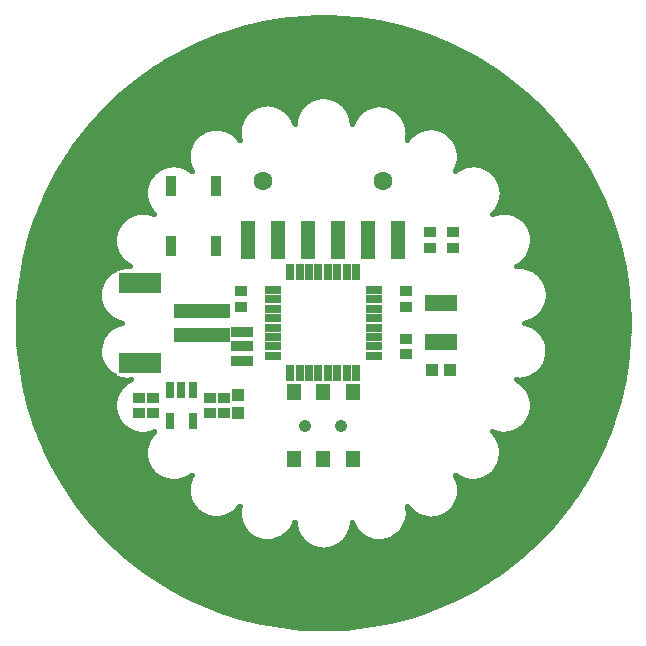
<source format=gbr>
G04 EAGLE Gerber RS-274X export*
G75*
%MOMM*%
%FSLAX34Y34*%
%LPD*%
%INSoldermask Top*%
%IPPOS*%
%AMOC8*
5,1,8,0,0,1.08239X$1,22.5*%
G01*
%ADD10C,0.406400*%
%ADD11C,7.000000*%
%ADD12R,1.473200X0.762000*%
%ADD13R,0.762000X1.473200*%
%ADD14C,4.267200*%
%ADD15R,1.003200X1.003200*%
%ADD16R,1.103200X0.903200*%
%ADD17R,2.703200X1.403200*%
%ADD18R,1.903200X0.903200*%
%ADD19R,1.203200X3.203200*%
%ADD20C,1.603200*%
%ADD21R,4.803200X1.203200*%
%ADD22R,3.603200X1.803200*%
%ADD23R,1.203200X1.353200*%
%ADD24C,1.053200*%
%ADD25R,0.753200X1.403200*%
%ADD26R,0.965200X1.727200*%

G36*
X-165025Y-171047D02*
X-165025Y-171047D01*
X-164933Y-171031D01*
X-164867Y-171030D01*
X-160932Y-170299D01*
X-160844Y-170269D01*
X-160778Y-170258D01*
X-157006Y-168920D01*
X-156923Y-168877D01*
X-156861Y-168856D01*
X-153344Y-166945D01*
X-153269Y-166889D01*
X-153211Y-166858D01*
X-150037Y-164421D01*
X-149944Y-164326D01*
X-149884Y-164276D01*
X-132210Y-143633D01*
X-113586Y-158931D01*
X-113503Y-158988D01*
X-113426Y-159052D01*
X-113319Y-159113D01*
X-113217Y-159183D01*
X-113126Y-159224D01*
X-113038Y-159274D01*
X-112922Y-159315D01*
X-112809Y-159365D01*
X-112711Y-159389D01*
X-112617Y-159422D01*
X-112495Y-159442D01*
X-112375Y-159471D01*
X-112275Y-159477D01*
X-112176Y-159493D01*
X-112052Y-159491D01*
X-111930Y-159498D01*
X-111830Y-159486D01*
X-111729Y-159485D01*
X-111608Y-159460D01*
X-111486Y-159446D01*
X-111390Y-159416D01*
X-111291Y-159397D01*
X-111177Y-159351D01*
X-111059Y-159315D01*
X-110969Y-159269D01*
X-110876Y-159232D01*
X-110771Y-159167D01*
X-110662Y-159111D01*
X-110582Y-159049D01*
X-110496Y-158996D01*
X-110405Y-158914D01*
X-110307Y-158839D01*
X-110240Y-158764D01*
X-110165Y-158697D01*
X-110090Y-158599D01*
X-110007Y-158508D01*
X-109954Y-158423D01*
X-109892Y-158343D01*
X-109836Y-158234D01*
X-109770Y-158129D01*
X-109733Y-158036D01*
X-109687Y-157946D01*
X-109651Y-157829D01*
X-109605Y-157714D01*
X-109585Y-157616D01*
X-109555Y-157519D01*
X-109541Y-157397D01*
X-109516Y-157276D01*
X-109514Y-157176D01*
X-109502Y-157076D01*
X-109509Y-156953D01*
X-109507Y-156830D01*
X-109522Y-156731D01*
X-109528Y-156630D01*
X-109557Y-156510D01*
X-109577Y-156389D01*
X-109610Y-156294D01*
X-109634Y-156196D01*
X-109723Y-155969D01*
X-109724Y-155967D01*
X-109725Y-155966D01*
X-114451Y-145568D01*
X-113511Y-135226D01*
X-113511Y-135162D01*
X-113503Y-135098D01*
X-113511Y-134939D01*
X-113511Y-134780D01*
X-113522Y-134716D01*
X-113525Y-134652D01*
X-113561Y-134497D01*
X-113590Y-134340D01*
X-113612Y-134280D01*
X-113627Y-134217D01*
X-113690Y-134071D01*
X-113746Y-133921D01*
X-113778Y-133866D01*
X-113804Y-133807D01*
X-113892Y-133674D01*
X-113974Y-133537D01*
X-114016Y-133489D01*
X-114051Y-133435D01*
X-114162Y-133320D01*
X-114266Y-133200D01*
X-114316Y-133160D01*
X-114361Y-133113D01*
X-114490Y-133020D01*
X-114614Y-132920D01*
X-114671Y-132889D01*
X-114723Y-132852D01*
X-114867Y-132783D01*
X-115007Y-132707D01*
X-115068Y-132686D01*
X-115126Y-132659D01*
X-115280Y-132616D01*
X-115431Y-132566D01*
X-115495Y-132557D01*
X-115557Y-132540D01*
X-115715Y-132526D01*
X-115873Y-132504D01*
X-115937Y-132506D01*
X-116002Y-132501D01*
X-116249Y-132513D01*
X-123401Y-133228D01*
X-123383Y-133169D01*
X-123345Y-133038D01*
X-123345Y-133037D01*
X-123344Y-133035D01*
X-123344Y-132890D01*
X-123343Y-132754D01*
X-123344Y-132752D01*
X-123344Y-132750D01*
X-123383Y-132614D01*
X-123420Y-132481D01*
X-123421Y-132479D01*
X-123422Y-132477D01*
X-123494Y-132362D01*
X-123571Y-132239D01*
X-123572Y-132238D01*
X-123573Y-132236D01*
X-123678Y-132142D01*
X-123782Y-132049D01*
X-123783Y-132048D01*
X-123785Y-132047D01*
X-123911Y-131986D01*
X-124037Y-131924D01*
X-124039Y-131924D01*
X-124041Y-131923D01*
X-124058Y-131921D01*
X-124317Y-131876D01*
X-124348Y-131879D01*
X-124373Y-131876D01*
X-127999Y-131961D01*
X-131511Y-131479D01*
X-134901Y-130443D01*
X-138083Y-128880D01*
X-138340Y-128698D01*
X-140975Y-126830D01*
X-143502Y-124345D01*
X-145602Y-121488D01*
X-147219Y-118333D01*
X-148312Y-114961D01*
X-148854Y-111458D01*
X-148830Y-107913D01*
X-148228Y-104337D01*
X-148228Y-104335D01*
X-148228Y-104333D01*
X-148225Y-104197D01*
X-148221Y-104052D01*
X-148221Y-104051D01*
X-148221Y-104049D01*
X-148257Y-103915D01*
X-148292Y-103777D01*
X-148293Y-103776D01*
X-148294Y-103774D01*
X-148366Y-103654D01*
X-148437Y-103533D01*
X-148439Y-103532D01*
X-148440Y-103530D01*
X-148543Y-103434D01*
X-148645Y-103338D01*
X-148646Y-103337D01*
X-148648Y-103336D01*
X-148776Y-103271D01*
X-148898Y-103209D01*
X-148899Y-103208D01*
X-148901Y-103207D01*
X-148958Y-103197D01*
X-146651Y-96854D01*
X-146641Y-96817D01*
X-146626Y-96781D01*
X-146584Y-96602D01*
X-146537Y-96422D01*
X-146534Y-96384D01*
X-146525Y-96346D01*
X-146516Y-96162D01*
X-146501Y-95977D01*
X-146505Y-95939D01*
X-146503Y-95900D01*
X-146527Y-95717D01*
X-146545Y-95533D01*
X-146555Y-95495D01*
X-146560Y-95457D01*
X-146617Y-95281D01*
X-146667Y-95103D01*
X-146684Y-95068D01*
X-146696Y-95032D01*
X-146783Y-94868D01*
X-146864Y-94702D01*
X-146887Y-94671D01*
X-146905Y-94637D01*
X-147020Y-94491D01*
X-147129Y-94343D01*
X-147158Y-94316D01*
X-147181Y-94286D01*
X-147320Y-94163D01*
X-147454Y-94036D01*
X-147487Y-94015D01*
X-147516Y-93989D01*
X-147674Y-93893D01*
X-147829Y-93792D01*
X-147864Y-93777D01*
X-147897Y-93757D01*
X-148070Y-93691D01*
X-148240Y-93619D01*
X-148278Y-93611D01*
X-148314Y-93597D01*
X-148496Y-93562D01*
X-148676Y-93522D01*
X-148715Y-93520D01*
X-148753Y-93513D01*
X-149000Y-93501D01*
X-154594Y-93501D01*
X-169210Y-88629D01*
X-169256Y-88618D01*
X-169301Y-88601D01*
X-169473Y-88567D01*
X-169644Y-88526D01*
X-169692Y-88524D01*
X-169739Y-88514D01*
X-169915Y-88512D01*
X-170090Y-88502D01*
X-170138Y-88508D01*
X-170186Y-88508D01*
X-170359Y-88536D01*
X-170534Y-88558D01*
X-170579Y-88573D01*
X-170626Y-88581D01*
X-170792Y-88640D01*
X-170960Y-88692D01*
X-171002Y-88715D01*
X-171047Y-88731D01*
X-171200Y-88818D01*
X-171355Y-88900D01*
X-171393Y-88930D01*
X-171434Y-88953D01*
X-171569Y-89067D01*
X-171707Y-89175D01*
X-171739Y-89211D01*
X-171776Y-89241D01*
X-171888Y-89377D01*
X-172005Y-89508D01*
X-172030Y-89549D01*
X-172061Y-89586D01*
X-172147Y-89739D01*
X-172239Y-89889D01*
X-172256Y-89933D01*
X-172279Y-89975D01*
X-172337Y-90141D01*
X-172401Y-90305D01*
X-172410Y-90352D01*
X-172425Y-90397D01*
X-172452Y-90571D01*
X-172486Y-90743D01*
X-172487Y-90791D01*
X-172494Y-90839D01*
X-172490Y-91014D01*
X-172492Y-91190D01*
X-172484Y-91237D01*
X-172483Y-91285D01*
X-172447Y-91458D01*
X-172418Y-91631D01*
X-172402Y-91676D01*
X-172393Y-91723D01*
X-172327Y-91886D01*
X-172267Y-92051D01*
X-172244Y-92093D01*
X-172226Y-92137D01*
X-172102Y-92352D01*
X-160632Y-110194D01*
X-183935Y-124965D01*
X-184037Y-125051D01*
X-184101Y-125096D01*
X-186966Y-127890D01*
X-187023Y-127964D01*
X-187071Y-128010D01*
X-189464Y-131218D01*
X-189509Y-131300D01*
X-189549Y-131352D01*
X-191411Y-134895D01*
X-191442Y-134983D01*
X-191474Y-135041D01*
X-192758Y-138832D01*
X-192776Y-138924D01*
X-192797Y-138986D01*
X-193473Y-142931D01*
X-193476Y-143024D01*
X-193488Y-143090D01*
X-193538Y-147091D01*
X-193526Y-147184D01*
X-193528Y-147250D01*
X-192952Y-151211D01*
X-192925Y-151301D01*
X-192916Y-151366D01*
X-191728Y-155188D01*
X-191695Y-155256D01*
X-191684Y-155301D01*
X-191675Y-155316D01*
X-191669Y-155336D01*
X-189897Y-158924D01*
X-189844Y-159002D01*
X-189816Y-159061D01*
X-187504Y-162329D01*
X-187420Y-162418D01*
X-187374Y-162479D01*
X-184470Y-165232D01*
X-184394Y-165287D01*
X-184346Y-165333D01*
X-181047Y-167598D01*
X-180963Y-167640D01*
X-180909Y-167678D01*
X-177296Y-169399D01*
X-177206Y-169427D01*
X-177147Y-169456D01*
X-173309Y-170591D01*
X-173217Y-170605D01*
X-173153Y-170624D01*
X-169185Y-171145D01*
X-169092Y-171144D01*
X-169026Y-171153D01*
X-165025Y-171047D01*
G37*
G36*
X-139913Y130509D02*
X-139913Y130509D01*
X-139826Y130507D01*
X-139691Y130528D01*
X-139554Y130541D01*
X-139422Y130572D01*
X-139385Y130578D01*
X-139363Y130585D01*
X-139313Y130597D01*
X-126017Y134396D01*
X-116718Y131606D01*
X-116615Y131585D01*
X-116514Y131554D01*
X-116397Y131540D01*
X-116281Y131517D01*
X-116175Y131514D01*
X-116071Y131502D01*
X-115952Y131509D01*
X-115834Y131506D01*
X-115730Y131523D01*
X-115625Y131529D01*
X-115510Y131557D01*
X-115393Y131576D01*
X-115293Y131610D01*
X-115191Y131635D01*
X-115083Y131684D01*
X-114971Y131723D01*
X-114879Y131774D01*
X-114783Y131817D01*
X-114685Y131884D01*
X-114582Y131942D01*
X-114501Y132009D01*
X-114414Y132069D01*
X-114329Y132152D01*
X-114238Y132227D01*
X-114170Y132308D01*
X-114095Y132382D01*
X-114027Y132479D01*
X-113951Y132569D01*
X-113898Y132661D01*
X-113838Y132747D01*
X-113788Y132854D01*
X-113729Y132957D01*
X-113694Y133056D01*
X-113649Y133152D01*
X-113619Y133266D01*
X-113579Y133378D01*
X-113562Y133482D01*
X-113536Y133584D01*
X-113526Y133702D01*
X-113507Y133819D01*
X-113509Y133924D01*
X-113501Y134029D01*
X-113515Y134255D01*
X-113515Y134266D01*
X-113516Y134269D01*
X-113516Y134276D01*
X-114304Y141367D01*
X-114301Y141375D01*
X-114220Y141625D01*
X-114219Y141656D01*
X-114212Y141680D01*
X-113842Y144766D01*
X-112319Y149714D01*
X-111293Y151896D01*
X-109292Y154822D01*
X-106850Y157392D01*
X-104030Y159540D01*
X-100903Y161210D01*
X-97550Y162361D01*
X-94056Y162962D01*
X-90511Y162998D01*
X-87006Y162469D01*
X-83552Y161363D01*
X-83550Y161363D01*
X-83549Y161362D01*
X-83408Y161339D01*
X-83272Y161315D01*
X-83270Y161316D01*
X-83268Y161315D01*
X-83127Y161332D01*
X-82990Y161347D01*
X-82988Y161348D01*
X-82986Y161348D01*
X-82858Y161402D01*
X-82727Y161456D01*
X-82725Y161457D01*
X-82724Y161458D01*
X-82616Y161544D01*
X-82505Y161633D01*
X-82503Y161635D01*
X-82502Y161636D01*
X-82422Y161749D01*
X-82340Y161865D01*
X-82340Y161867D01*
X-82339Y161868D01*
X-82293Y162000D01*
X-82247Y162133D01*
X-82247Y162135D01*
X-82246Y162137D01*
X-82239Y162274D01*
X-82231Y162417D01*
X-82232Y162419D01*
X-82231Y162421D01*
X-82236Y162439D01*
X-82295Y162694D01*
X-82310Y162721D01*
X-82316Y162746D01*
X-82320Y162753D01*
X-75363Y159274D01*
X-75252Y159230D01*
X-75144Y159176D01*
X-75023Y159138D01*
X-74905Y159090D01*
X-74788Y159064D01*
X-74673Y159028D01*
X-74548Y159010D01*
X-74424Y158982D01*
X-74304Y158975D01*
X-74185Y158958D01*
X-74058Y158961D01*
X-73931Y158954D01*
X-73812Y158966D01*
X-73692Y158968D01*
X-73567Y158991D01*
X-73441Y159005D01*
X-73325Y159036D01*
X-73207Y159058D01*
X-73087Y159101D01*
X-72965Y159134D01*
X-72855Y159184D01*
X-72742Y159224D01*
X-72631Y159286D01*
X-72516Y159339D01*
X-72416Y159406D01*
X-72311Y159464D01*
X-72211Y159543D01*
X-72106Y159613D01*
X-72018Y159695D01*
X-71924Y159770D01*
X-71838Y159863D01*
X-71745Y159950D01*
X-71672Y160045D01*
X-71591Y160134D01*
X-71522Y160240D01*
X-71444Y160341D01*
X-71387Y160446D01*
X-71321Y160547D01*
X-71270Y160663D01*
X-71210Y160775D01*
X-71171Y160888D01*
X-71122Y160998D01*
X-71102Y161087D01*
X-71049Y161241D01*
X-70991Y161579D01*
X-70971Y161664D01*
X-70066Y169808D01*
X-63595Y178129D01*
X-63471Y178318D01*
X-63346Y178503D01*
X-63337Y178523D01*
X-63324Y178542D01*
X-63233Y178747D01*
X-63139Y178951D01*
X-63133Y178972D01*
X-63124Y178993D01*
X-63067Y179210D01*
X-63007Y179426D01*
X-63005Y179448D01*
X-62999Y179470D01*
X-62978Y179694D01*
X-62954Y179917D01*
X-62955Y179939D01*
X-62953Y179961D01*
X-62968Y180185D01*
X-62980Y180409D01*
X-62985Y180431D01*
X-62987Y180453D01*
X-63038Y180672D01*
X-63086Y180891D01*
X-63094Y180912D01*
X-63099Y180934D01*
X-63185Y181141D01*
X-63268Y181350D01*
X-63279Y181369D01*
X-63288Y181389D01*
X-63406Y181581D01*
X-63522Y181773D01*
X-63536Y181790D01*
X-63548Y181809D01*
X-63695Y181978D01*
X-63840Y182150D01*
X-63857Y182164D01*
X-63872Y182181D01*
X-64044Y182323D01*
X-64215Y182470D01*
X-64234Y182482D01*
X-64252Y182496D01*
X-64445Y182609D01*
X-64637Y182726D01*
X-64658Y182734D01*
X-64677Y182745D01*
X-64886Y182826D01*
X-65095Y182910D01*
X-65117Y182915D01*
X-65138Y182923D01*
X-65357Y182968D01*
X-65576Y183018D01*
X-65599Y183019D01*
X-65620Y183024D01*
X-65845Y183033D01*
X-66069Y183046D01*
X-66091Y183044D01*
X-66113Y183045D01*
X-66337Y183019D01*
X-66559Y182995D01*
X-66577Y182990D01*
X-66603Y182987D01*
X-67077Y182851D01*
X-67157Y182813D01*
X-67212Y182796D01*
X-87390Y174052D01*
X-98877Y199648D01*
X-98948Y199760D01*
X-98983Y199830D01*
X-101340Y203064D01*
X-101405Y203132D01*
X-101443Y203185D01*
X-104277Y206012D01*
X-104352Y206068D01*
X-104398Y206115D01*
X-107639Y208463D01*
X-107722Y208507D01*
X-107775Y208546D01*
X-111344Y210358D01*
X-111432Y210388D01*
X-111491Y210419D01*
X-115299Y211650D01*
X-115391Y211666D01*
X-115454Y211687D01*
X-119407Y212308D01*
X-119501Y212310D01*
X-119566Y212320D01*
X-123568Y212315D01*
X-123661Y212302D01*
X-123727Y212302D01*
X-127679Y211671D01*
X-127768Y211644D01*
X-127834Y211634D01*
X-131639Y210392D01*
X-131723Y210351D01*
X-131786Y210331D01*
X-135349Y208509D01*
X-135450Y208439D01*
X-135517Y208402D01*
X-138656Y205920D01*
X-138721Y205852D01*
X-138773Y205812D01*
X-141486Y202869D01*
X-141539Y202792D01*
X-141584Y202744D01*
X-143803Y199413D01*
X-143844Y199329D01*
X-143881Y199274D01*
X-145552Y195638D01*
X-145579Y195548D01*
X-145607Y195488D01*
X-146688Y191635D01*
X-146701Y191542D01*
X-146719Y191479D01*
X-147184Y187504D01*
X-147182Y187410D01*
X-147190Y187344D01*
X-147028Y183346D01*
X-147024Y183321D01*
X-147024Y183310D01*
X-147016Y183280D01*
X-147012Y183254D01*
X-147009Y183187D01*
X-146224Y179263D01*
X-146193Y179175D01*
X-146180Y179110D01*
X-144791Y175357D01*
X-144746Y175275D01*
X-144724Y175212D01*
X-142764Y171723D01*
X-142707Y171649D01*
X-142692Y171623D01*
X-142679Y171611D01*
X-142642Y171551D01*
X-123816Y150069D01*
X-141621Y134903D01*
X-141717Y134805D01*
X-141819Y134714D01*
X-141873Y134646D01*
X-141933Y134584D01*
X-142010Y134470D01*
X-142095Y134363D01*
X-142136Y134286D01*
X-142185Y134214D01*
X-142240Y134089D01*
X-142304Y133968D01*
X-142331Y133885D01*
X-142366Y133806D01*
X-142398Y133673D01*
X-142440Y133542D01*
X-142451Y133456D01*
X-142471Y133372D01*
X-142480Y133235D01*
X-142497Y133099D01*
X-142493Y133013D01*
X-142498Y132926D01*
X-142482Y132790D01*
X-142475Y132653D01*
X-142455Y132568D01*
X-142445Y132482D01*
X-142405Y132352D01*
X-142374Y132218D01*
X-142339Y132138D01*
X-142314Y132055D01*
X-142251Y131934D01*
X-142197Y131808D01*
X-142149Y131736D01*
X-142109Y131659D01*
X-142025Y131550D01*
X-141949Y131436D01*
X-141889Y131373D01*
X-141836Y131305D01*
X-141735Y131213D01*
X-141640Y131114D01*
X-141570Y131063D01*
X-141505Y131005D01*
X-141389Y130932D01*
X-141278Y130852D01*
X-141200Y130815D01*
X-141126Y130769D01*
X-140999Y130718D01*
X-140875Y130659D01*
X-140791Y130636D01*
X-140711Y130604D01*
X-140576Y130577D01*
X-140444Y130541D01*
X-140358Y130533D01*
X-140273Y130516D01*
X-140136Y130513D01*
X-139999Y130501D01*
X-139913Y130509D01*
G37*
G36*
X169119Y-171143D02*
X169119Y-171143D01*
X169185Y-171145D01*
X173153Y-170624D01*
X173244Y-170599D01*
X173309Y-170591D01*
X177147Y-169456D01*
X177232Y-169417D01*
X177296Y-169399D01*
X180909Y-167678D01*
X180987Y-167626D01*
X181047Y-167598D01*
X184346Y-165333D01*
X184415Y-165270D01*
X184470Y-165233D01*
X187374Y-162479D01*
X187451Y-162383D01*
X187504Y-162329D01*
X189816Y-159061D01*
X189858Y-158978D01*
X189897Y-158924D01*
X191669Y-155336D01*
X191698Y-155247D01*
X191728Y-155188D01*
X192916Y-151366D01*
X192931Y-151274D01*
X192951Y-151211D01*
X193527Y-147250D01*
X193528Y-147157D01*
X193538Y-147091D01*
X193487Y-143090D01*
X193473Y-142997D01*
X193473Y-142931D01*
X192797Y-138986D01*
X192768Y-138897D01*
X192758Y-138832D01*
X191473Y-135042D01*
X191431Y-134958D01*
X191410Y-134895D01*
X189549Y-131352D01*
X189494Y-131277D01*
X189464Y-131218D01*
X187071Y-128010D01*
X187005Y-127943D01*
X186966Y-127890D01*
X184101Y-125096D01*
X183994Y-125017D01*
X183935Y-124965D01*
X160598Y-110172D01*
X172598Y-90592D01*
X172635Y-90520D01*
X172679Y-90452D01*
X172746Y-90301D01*
X172821Y-90152D01*
X172846Y-90075D01*
X172878Y-90000D01*
X172920Y-89840D01*
X172970Y-89682D01*
X172982Y-89601D01*
X173002Y-89523D01*
X173017Y-89358D01*
X173041Y-89194D01*
X173040Y-89112D01*
X173047Y-89032D01*
X173035Y-88866D01*
X173033Y-88701D01*
X173018Y-88621D01*
X173012Y-88539D01*
X172974Y-88378D01*
X172944Y-88215D01*
X172917Y-88139D01*
X172898Y-88059D01*
X172835Y-87906D01*
X172779Y-87750D01*
X172740Y-87679D01*
X172709Y-87604D01*
X172621Y-87463D01*
X172541Y-87318D01*
X172491Y-87254D01*
X172448Y-87185D01*
X172339Y-87061D01*
X172236Y-86930D01*
X172177Y-86875D01*
X172123Y-86814D01*
X171995Y-86709D01*
X171873Y-86596D01*
X171805Y-86552D01*
X171742Y-86500D01*
X171599Y-86417D01*
X171461Y-86326D01*
X171387Y-86293D01*
X171316Y-86252D01*
X171162Y-86192D01*
X171010Y-86125D01*
X170931Y-86104D01*
X170856Y-86075D01*
X170693Y-86042D01*
X170533Y-86000D01*
X170452Y-85992D01*
X170372Y-85976D01*
X170207Y-85969D01*
X170042Y-85953D01*
X169961Y-85959D01*
X169879Y-85955D01*
X169715Y-85975D01*
X169550Y-85986D01*
X169470Y-86005D01*
X169390Y-86015D01*
X169231Y-86061D01*
X169069Y-86098D01*
X168994Y-86129D01*
X168916Y-86152D01*
X168823Y-86200D01*
X168613Y-86287D01*
X168404Y-86416D01*
X168310Y-86465D01*
X159954Y-92035D01*
X149724Y-92965D01*
X149546Y-92996D01*
X149366Y-93019D01*
X149303Y-93038D01*
X149238Y-93050D01*
X149067Y-93109D01*
X148893Y-93161D01*
X148834Y-93190D01*
X148772Y-93211D01*
X148613Y-93297D01*
X148450Y-93377D01*
X148396Y-93415D01*
X148338Y-93446D01*
X148194Y-93557D01*
X148047Y-93661D01*
X148000Y-93707D01*
X147948Y-93748D01*
X147824Y-93880D01*
X147695Y-94007D01*
X147656Y-94060D01*
X147611Y-94108D01*
X147511Y-94259D01*
X147403Y-94405D01*
X147374Y-94464D01*
X147337Y-94519D01*
X147262Y-94683D01*
X147180Y-94845D01*
X147160Y-94908D01*
X147133Y-94968D01*
X147086Y-95143D01*
X147031Y-95315D01*
X147021Y-95380D01*
X147004Y-95444D01*
X146985Y-95624D01*
X146959Y-95803D01*
X146960Y-95869D01*
X146953Y-95935D01*
X146964Y-96116D01*
X146967Y-96297D01*
X146978Y-96348D01*
X146983Y-96427D01*
X147091Y-96908D01*
X147104Y-96940D01*
X147109Y-96964D01*
X149175Y-103161D01*
X149091Y-103172D01*
X148951Y-103192D01*
X148949Y-103193D01*
X148947Y-103193D01*
X148819Y-103251D01*
X148691Y-103307D01*
X148690Y-103309D01*
X148688Y-103309D01*
X148578Y-103402D01*
X148474Y-103490D01*
X148472Y-103492D01*
X148471Y-103493D01*
X148391Y-103613D01*
X148315Y-103726D01*
X148315Y-103728D01*
X148314Y-103730D01*
X148270Y-103868D01*
X148229Y-103997D01*
X148229Y-103999D01*
X148228Y-104001D01*
X148228Y-104020D01*
X148220Y-104281D01*
X148228Y-104311D01*
X148228Y-104337D01*
X148830Y-107913D01*
X148854Y-111458D01*
X148312Y-114961D01*
X147219Y-118333D01*
X145602Y-121488D01*
X143502Y-124345D01*
X140975Y-126830D01*
X138083Y-128880D01*
X134901Y-130443D01*
X131511Y-131479D01*
X127999Y-131961D01*
X124373Y-131876D01*
X124371Y-131876D01*
X124369Y-131875D01*
X124231Y-131892D01*
X124091Y-131909D01*
X124089Y-131909D01*
X124087Y-131910D01*
X123959Y-131964D01*
X123829Y-132019D01*
X123827Y-132020D01*
X123826Y-132021D01*
X123714Y-132111D01*
X123608Y-132197D01*
X123606Y-132199D01*
X123605Y-132200D01*
X123523Y-132317D01*
X123444Y-132430D01*
X123444Y-132432D01*
X123443Y-132434D01*
X123398Y-132566D01*
X123352Y-132699D01*
X123352Y-132701D01*
X123351Y-132703D01*
X123345Y-132845D01*
X123338Y-132983D01*
X123339Y-132985D01*
X123339Y-132987D01*
X123347Y-133021D01*
X117208Y-132509D01*
X117122Y-132510D01*
X117037Y-132501D01*
X116899Y-132511D01*
X116761Y-132512D01*
X116677Y-132528D01*
X116591Y-132534D01*
X116457Y-132569D01*
X116322Y-132595D01*
X116242Y-132625D01*
X116159Y-132647D01*
X116033Y-132705D01*
X115904Y-132754D01*
X115831Y-132798D01*
X115753Y-132834D01*
X115640Y-132913D01*
X115522Y-132985D01*
X115458Y-133041D01*
X115388Y-133090D01*
X115290Y-133189D01*
X115187Y-133280D01*
X115134Y-133347D01*
X115073Y-133408D01*
X114995Y-133522D01*
X114910Y-133630D01*
X114869Y-133706D01*
X114821Y-133776D01*
X114764Y-133903D01*
X114699Y-134024D01*
X114673Y-134106D01*
X114638Y-134184D01*
X114604Y-134318D01*
X114562Y-134449D01*
X114551Y-134534D01*
X114530Y-134617D01*
X114521Y-134755D01*
X114503Y-134892D01*
X114507Y-134978D01*
X114502Y-135063D01*
X114520Y-135310D01*
X115442Y-142688D01*
X110667Y-155103D01*
X110654Y-155150D01*
X110634Y-155194D01*
X110593Y-155364D01*
X110545Y-155532D01*
X110540Y-155581D01*
X110529Y-155628D01*
X110518Y-155803D01*
X110501Y-155977D01*
X110505Y-156026D01*
X110502Y-156074D01*
X110523Y-156247D01*
X110537Y-156422D01*
X110549Y-156469D01*
X110555Y-156518D01*
X110606Y-156685D01*
X110651Y-156854D01*
X110672Y-156898D01*
X110686Y-156945D01*
X110767Y-157100D01*
X110841Y-157258D01*
X110869Y-157298D01*
X110891Y-157341D01*
X110998Y-157480D01*
X111099Y-157623D01*
X111134Y-157657D01*
X111164Y-157695D01*
X111293Y-157813D01*
X111418Y-157935D01*
X111459Y-157963D01*
X111495Y-157995D01*
X111643Y-158087D01*
X111788Y-158186D01*
X111833Y-158206D01*
X111874Y-158231D01*
X112037Y-158296D01*
X112197Y-158367D01*
X112244Y-158378D01*
X112289Y-158396D01*
X112461Y-158431D01*
X112631Y-158472D01*
X112679Y-158475D01*
X112727Y-158484D01*
X112902Y-158488D01*
X113077Y-158498D01*
X113125Y-158492D01*
X113174Y-158493D01*
X113346Y-158466D01*
X113520Y-158445D01*
X113567Y-158430D01*
X113615Y-158422D01*
X113780Y-158364D01*
X113947Y-158313D01*
X113990Y-158291D01*
X114036Y-158274D01*
X114188Y-158188D01*
X114344Y-158107D01*
X114382Y-158078D01*
X114425Y-158054D01*
X114621Y-157903D01*
X131857Y-143220D01*
X149884Y-164276D01*
X149983Y-164363D01*
X150037Y-164421D01*
X153211Y-166858D01*
X153277Y-166896D01*
X153290Y-166908D01*
X153310Y-166918D01*
X153344Y-166945D01*
X156861Y-168856D01*
X156948Y-168889D01*
X157006Y-168921D01*
X160778Y-170258D01*
X160870Y-170277D01*
X160932Y-170299D01*
X164867Y-171030D01*
X164960Y-171034D01*
X165025Y-171047D01*
X169026Y-171153D01*
X169119Y-171143D01*
G37*
G36*
X139218Y131520D02*
X139218Y131520D01*
X139424Y131537D01*
X139440Y131541D01*
X139455Y131543D01*
X139655Y131598D01*
X139856Y131652D01*
X139870Y131659D01*
X139886Y131663D01*
X140072Y131754D01*
X140260Y131842D01*
X140273Y131851D01*
X140288Y131858D01*
X140455Y131980D01*
X140624Y132101D01*
X140636Y132112D01*
X140648Y132121D01*
X140792Y132272D01*
X140937Y132420D01*
X140945Y132433D01*
X140956Y132445D01*
X141072Y132620D01*
X141187Y132790D01*
X141193Y132805D01*
X141202Y132818D01*
X141283Y133008D01*
X141367Y133199D01*
X141371Y133214D01*
X141377Y133229D01*
X141423Y133430D01*
X141472Y133633D01*
X141473Y133649D01*
X141477Y133664D01*
X141486Y133872D01*
X141498Y134079D01*
X141496Y134095D01*
X141497Y134111D01*
X141469Y134317D01*
X141444Y134522D01*
X141439Y134538D01*
X141437Y134553D01*
X141374Y134750D01*
X141312Y134949D01*
X141305Y134963D01*
X141300Y134978D01*
X141202Y135162D01*
X141106Y135346D01*
X141096Y135358D01*
X141089Y135372D01*
X140960Y135535D01*
X140833Y135699D01*
X140818Y135714D01*
X140811Y135722D01*
X140792Y135739D01*
X140656Y135872D01*
X123322Y151206D01*
X141362Y171791D01*
X141435Y171902D01*
X141484Y171963D01*
X143444Y175452D01*
X143478Y175539D01*
X143511Y175597D01*
X144901Y179350D01*
X144920Y179441D01*
X144944Y179503D01*
X145730Y183427D01*
X145733Y183486D01*
X145737Y183498D01*
X145738Y183535D01*
X145749Y183586D01*
X145911Y187584D01*
X145902Y187677D01*
X145905Y187744D01*
X145439Y191719D01*
X145416Y191809D01*
X145409Y191875D01*
X144327Y195728D01*
X144290Y195814D01*
X144272Y195878D01*
X142601Y199514D01*
X142551Y199593D01*
X142524Y199653D01*
X140305Y202984D01*
X140242Y203054D01*
X140206Y203109D01*
X137493Y206052D01*
X137421Y206111D01*
X137376Y206160D01*
X134237Y208642D01*
X134131Y208704D01*
X134069Y208749D01*
X130506Y210571D01*
X130417Y210601D01*
X130359Y210632D01*
X126554Y211874D01*
X126462Y211890D01*
X126399Y211911D01*
X122447Y212542D01*
X122354Y212544D01*
X122288Y212555D01*
X118286Y212560D01*
X118194Y212547D01*
X118127Y212548D01*
X114174Y211927D01*
X114084Y211900D01*
X114019Y211890D01*
X110211Y210658D01*
X110127Y210617D01*
X110064Y210598D01*
X106495Y208786D01*
X106419Y208732D01*
X106359Y208703D01*
X103118Y206355D01*
X103051Y206290D01*
X102997Y206251D01*
X100163Y203425D01*
X100107Y203351D01*
X100060Y203304D01*
X97703Y200070D01*
X97640Y199953D01*
X97597Y199888D01*
X86038Y174131D01*
X66985Y182297D01*
X66782Y182363D01*
X66585Y182430D01*
X66572Y182432D01*
X66560Y182436D01*
X66351Y182464D01*
X66143Y182495D01*
X66130Y182495D01*
X66117Y182497D01*
X65907Y182488D01*
X65696Y182481D01*
X65684Y182478D01*
X65671Y182478D01*
X65467Y182432D01*
X65259Y182387D01*
X65248Y182382D01*
X65235Y182379D01*
X65042Y182298D01*
X64846Y182217D01*
X64836Y182210D01*
X64824Y182205D01*
X64647Y182089D01*
X64470Y181976D01*
X64461Y181968D01*
X64450Y181961D01*
X64297Y181816D01*
X64143Y181672D01*
X64135Y181662D01*
X64126Y181653D01*
X64001Y181484D01*
X63875Y181315D01*
X63869Y181304D01*
X63861Y181293D01*
X63769Y181104D01*
X63675Y180916D01*
X63671Y180903D01*
X63665Y180892D01*
X63608Y180691D01*
X63549Y180487D01*
X63547Y180474D01*
X63544Y180462D01*
X63524Y180253D01*
X63501Y180043D01*
X63502Y180030D01*
X63501Y180018D01*
X63518Y179807D01*
X63533Y179597D01*
X63537Y179585D01*
X63538Y179572D01*
X63592Y179369D01*
X63644Y179165D01*
X63651Y179149D01*
X63653Y179141D01*
X63663Y179120D01*
X63739Y178936D01*
X71739Y161936D01*
X71754Y161910D01*
X71765Y161882D01*
X71866Y161717D01*
X71964Y161550D01*
X71984Y161527D01*
X72000Y161502D01*
X72129Y161358D01*
X72255Y161211D01*
X72278Y161192D01*
X72298Y161170D01*
X72451Y161051D01*
X72601Y160929D01*
X72627Y160914D01*
X72651Y160896D01*
X72823Y160806D01*
X72992Y160713D01*
X73021Y160703D01*
X73048Y160689D01*
X73233Y160632D01*
X73415Y160570D01*
X73445Y160566D01*
X73474Y160557D01*
X73666Y160533D01*
X73857Y160505D01*
X73888Y160506D01*
X73917Y160502D01*
X74110Y160513D01*
X74304Y160519D01*
X74333Y160526D01*
X74363Y160527D01*
X74606Y160575D01*
X81029Y162181D01*
X81036Y162155D01*
X81037Y162154D01*
X81038Y162152D01*
X81113Y162033D01*
X81187Y161915D01*
X81189Y161913D01*
X81190Y161912D01*
X81295Y161818D01*
X81400Y161725D01*
X81401Y161725D01*
X81403Y161723D01*
X81531Y161662D01*
X81656Y161602D01*
X81658Y161602D01*
X81660Y161601D01*
X81798Y161578D01*
X81936Y161555D01*
X81938Y161555D01*
X81940Y161555D01*
X81958Y161558D01*
X82219Y161588D01*
X82247Y161600D01*
X82272Y161603D01*
X85726Y162709D01*
X89231Y163238D01*
X92776Y163202D01*
X96270Y162601D01*
X96850Y162402D01*
X99623Y161450D01*
X102750Y159780D01*
X105570Y157632D01*
X108012Y155062D01*
X110013Y152136D01*
X111522Y148928D01*
X112500Y145521D01*
X112932Y141920D01*
X112933Y141918D01*
X112932Y141916D01*
X112969Y141781D01*
X113005Y141645D01*
X113006Y141644D01*
X113007Y141642D01*
X113079Y141522D01*
X113151Y141402D01*
X113153Y141400D01*
X113154Y141399D01*
X113257Y141303D01*
X113360Y141208D01*
X113361Y141207D01*
X113363Y141206D01*
X113486Y141144D01*
X113613Y141080D01*
X113615Y141079D01*
X113617Y141079D01*
X113752Y141054D01*
X113893Y141027D01*
X113895Y141027D01*
X113897Y141027D01*
X114037Y141040D01*
X114176Y141054D01*
X114177Y141054D01*
X114179Y141054D01*
X114311Y141107D01*
X114440Y141158D01*
X114442Y141159D01*
X114444Y141159D01*
X114458Y141171D01*
X114501Y141204D01*
X114501Y135000D01*
X114508Y134922D01*
X114506Y134844D01*
X114528Y134700D01*
X114541Y134555D01*
X114561Y134480D01*
X114573Y134402D01*
X114620Y134265D01*
X114659Y134124D01*
X114693Y134054D01*
X114718Y133980D01*
X114789Y133853D01*
X114852Y133722D01*
X114898Y133658D01*
X114936Y133590D01*
X115029Y133478D01*
X115114Y133360D01*
X115171Y133306D01*
X115220Y133245D01*
X115332Y133151D01*
X115436Y133050D01*
X115502Y133007D01*
X115561Y132956D01*
X115687Y132884D01*
X115808Y132803D01*
X115880Y132772D01*
X115948Y132733D01*
X116085Y132684D01*
X116219Y132626D01*
X116295Y132608D01*
X116368Y132582D01*
X116512Y132558D01*
X116654Y132525D01*
X116732Y132521D01*
X116809Y132508D01*
X116955Y132510D01*
X117100Y132503D01*
X117177Y132513D01*
X117256Y132514D01*
X117399Y132542D01*
X117543Y132560D01*
X117617Y132584D01*
X117694Y132599D01*
X117928Y132680D01*
X122267Y134415D01*
X138566Y131539D01*
X138772Y131521D01*
X138979Y131501D01*
X138995Y131502D01*
X139011Y131501D01*
X139218Y131520D01*
G37*
G36*
X-186807Y38513D02*
X-186807Y38513D01*
X-186752Y38513D01*
X-186587Y38545D01*
X-186420Y38569D01*
X-186367Y38587D01*
X-186313Y38597D01*
X-186156Y38658D01*
X-185996Y38711D01*
X-185926Y38746D01*
X-185896Y38758D01*
X-185866Y38776D01*
X-185775Y38822D01*
X-169775Y47822D01*
X-169751Y47838D01*
X-169724Y47851D01*
X-169567Y47964D01*
X-169407Y48075D01*
X-169386Y48095D01*
X-169362Y48112D01*
X-169227Y48252D01*
X-169089Y48389D01*
X-169072Y48413D01*
X-169052Y48434D01*
X-168944Y48596D01*
X-168833Y48755D01*
X-168821Y48781D01*
X-168805Y48806D01*
X-168727Y48984D01*
X-168646Y49161D01*
X-168639Y49189D01*
X-168627Y49216D01*
X-168583Y49404D01*
X-168534Y49593D01*
X-168532Y49622D01*
X-168525Y49651D01*
X-168515Y49845D01*
X-168501Y50039D01*
X-168504Y50068D01*
X-168503Y50097D01*
X-168528Y50290D01*
X-168548Y50483D01*
X-168556Y50511D01*
X-168560Y50540D01*
X-168618Y50725D01*
X-168673Y50912D01*
X-168686Y50938D01*
X-168695Y50966D01*
X-168786Y51138D01*
X-168872Y51311D01*
X-168890Y51335D01*
X-168904Y51361D01*
X-169048Y51561D01*
X-172770Y56213D01*
X-173066Y57101D01*
X-172957Y57086D01*
X-172818Y57067D01*
X-172816Y57067D01*
X-172814Y57067D01*
X-172675Y57087D01*
X-172537Y57107D01*
X-172535Y57108D01*
X-172533Y57108D01*
X-172404Y57167D01*
X-172278Y57224D01*
X-172276Y57225D01*
X-172275Y57226D01*
X-172168Y57317D01*
X-172061Y57408D01*
X-172060Y57410D01*
X-172059Y57411D01*
X-171983Y57525D01*
X-171904Y57645D01*
X-171904Y57647D01*
X-171902Y57648D01*
X-171861Y57781D01*
X-171819Y57916D01*
X-171819Y57918D01*
X-171818Y57920D01*
X-171816Y58059D01*
X-171812Y58200D01*
X-171813Y58202D01*
X-171813Y58204D01*
X-171818Y58221D01*
X-171885Y58475D01*
X-171901Y58502D01*
X-171908Y58526D01*
X-173495Y61787D01*
X-174519Y65181D01*
X-174988Y68695D01*
X-174891Y72238D01*
X-174231Y75721D01*
X-173023Y79054D01*
X-171300Y82152D01*
X-169105Y84936D01*
X-166494Y87334D01*
X-163534Y89285D01*
X-160301Y90739D01*
X-156799Y91680D01*
X-156797Y91681D01*
X-156795Y91681D01*
X-156666Y91736D01*
X-156537Y91791D01*
X-156536Y91793D01*
X-156534Y91793D01*
X-156427Y91881D01*
X-156317Y91971D01*
X-156316Y91973D01*
X-156314Y91974D01*
X-156234Y92090D01*
X-156155Y92205D01*
X-156154Y92206D01*
X-156153Y92208D01*
X-156109Y92340D01*
X-156064Y92474D01*
X-156064Y92476D01*
X-156064Y92478D01*
X-156058Y92617D01*
X-156052Y92758D01*
X-156052Y92760D01*
X-156052Y92762D01*
X-156085Y92896D01*
X-156118Y93034D01*
X-156119Y93036D01*
X-156120Y93038D01*
X-156189Y93159D01*
X-156259Y93281D01*
X-156261Y93283D01*
X-156262Y93284D01*
X-156275Y93297D01*
X-156463Y93480D01*
X-156490Y93494D01*
X-156497Y93501D01*
X-149000Y93501D01*
X-148875Y93512D01*
X-148750Y93513D01*
X-148653Y93532D01*
X-148555Y93541D01*
X-148434Y93574D01*
X-148311Y93598D01*
X-148219Y93633D01*
X-148124Y93659D01*
X-148011Y93713D01*
X-147895Y93759D01*
X-147811Y93810D01*
X-147722Y93852D01*
X-147620Y93926D01*
X-147513Y93991D01*
X-147440Y94056D01*
X-147360Y94114D01*
X-147273Y94205D01*
X-147179Y94288D01*
X-147118Y94365D01*
X-147050Y94436D01*
X-146981Y94541D01*
X-146904Y94639D01*
X-146858Y94726D01*
X-146803Y94808D01*
X-146753Y94924D01*
X-146695Y95034D01*
X-146665Y95128D01*
X-146626Y95219D01*
X-146598Y95341D01*
X-146560Y95460D01*
X-146547Y95558D01*
X-146525Y95654D01*
X-146519Y95779D01*
X-146503Y95903D01*
X-146508Y96002D01*
X-146503Y96100D01*
X-146519Y96224D01*
X-146525Y96349D01*
X-146548Y96445D01*
X-146560Y96543D01*
X-146598Y96662D01*
X-146627Y96784D01*
X-146686Y96937D01*
X-146696Y96968D01*
X-146704Y96983D01*
X-146716Y97015D01*
X-150463Y105445D01*
X-149507Y118822D01*
X-149508Y118888D01*
X-149501Y118954D01*
X-149512Y119111D01*
X-149515Y119269D01*
X-149528Y119333D01*
X-149533Y119399D01*
X-149572Y119552D01*
X-149603Y119707D01*
X-149627Y119768D01*
X-149643Y119832D01*
X-149709Y119976D01*
X-149767Y120122D01*
X-149802Y120178D01*
X-149829Y120238D01*
X-149919Y120368D01*
X-150002Y120502D01*
X-150047Y120551D01*
X-150084Y120605D01*
X-150196Y120716D01*
X-150301Y120833D01*
X-150354Y120874D01*
X-150400Y120920D01*
X-150530Y121010D01*
X-150655Y121106D01*
X-150713Y121137D01*
X-150768Y121174D01*
X-150912Y121240D01*
X-151051Y121312D01*
X-151115Y121332D01*
X-151175Y121359D01*
X-151327Y121398D01*
X-151478Y121444D01*
X-151544Y121452D01*
X-151608Y121468D01*
X-151765Y121479D01*
X-151922Y121498D01*
X-151988Y121494D01*
X-152053Y121499D01*
X-152210Y121481D01*
X-152368Y121472D01*
X-152432Y121457D01*
X-152497Y121449D01*
X-152648Y121404D01*
X-152802Y121367D01*
X-152862Y121340D01*
X-152925Y121322D01*
X-153066Y121250D01*
X-153210Y121187D01*
X-153265Y121150D01*
X-153324Y121120D01*
X-153450Y121025D01*
X-153580Y120936D01*
X-153628Y120890D01*
X-153680Y120850D01*
X-153787Y120734D01*
X-153900Y120624D01*
X-153938Y120570D01*
X-153983Y120522D01*
X-154123Y120318D01*
X-166664Y100114D01*
X-190419Y115559D01*
X-190539Y115615D01*
X-190607Y115655D01*
X-194340Y117097D01*
X-194431Y117118D01*
X-194493Y117143D01*
X-198406Y117983D01*
X-198499Y117990D01*
X-198563Y118004D01*
X-202560Y118222D01*
X-202653Y118214D01*
X-202719Y118218D01*
X-206700Y117808D01*
X-206791Y117786D01*
X-206857Y117780D01*
X-210725Y116752D01*
X-210811Y116716D01*
X-210875Y116699D01*
X-214535Y115079D01*
X-214614Y115030D01*
X-214675Y115004D01*
X-218036Y112831D01*
X-218107Y112770D01*
X-218162Y112735D01*
X-221142Y110063D01*
X-221203Y109992D01*
X-221252Y109948D01*
X-223778Y106843D01*
X-223826Y106763D01*
X-223868Y106712D01*
X-225877Y103250D01*
X-225890Y103217D01*
X-225907Y103192D01*
X-225927Y103129D01*
X-225959Y103069D01*
X-227254Y99282D01*
X-227272Y99190D01*
X-227294Y99128D01*
X-227980Y95185D01*
X-227983Y95092D01*
X-227995Y95027D01*
X-228056Y91025D01*
X-228044Y90932D01*
X-228046Y90866D01*
X-227480Y86904D01*
X-227454Y86814D01*
X-227445Y86749D01*
X-226267Y82924D01*
X-226227Y82839D01*
X-226208Y82776D01*
X-224446Y79182D01*
X-224394Y79105D01*
X-224365Y79045D01*
X-222063Y75772D01*
X-222040Y75748D01*
X-222024Y75720D01*
X-221985Y75684D01*
X-221961Y75649D01*
X-219175Y72776D01*
X-219101Y72719D01*
X-219055Y72671D01*
X-215854Y70269D01*
X-215772Y70224D01*
X-215719Y70184D01*
X-212182Y68312D01*
X-212057Y68267D01*
X-211986Y68234D01*
X-183724Y60146D01*
X-189389Y41735D01*
X-189424Y41570D01*
X-189466Y41407D01*
X-189470Y41352D01*
X-189481Y41298D01*
X-189486Y41129D01*
X-189499Y40961D01*
X-189493Y40907D01*
X-189495Y40852D01*
X-189470Y40685D01*
X-189452Y40517D01*
X-189437Y40464D01*
X-189429Y40410D01*
X-189374Y40250D01*
X-189327Y40088D01*
X-189302Y40039D01*
X-189285Y39987D01*
X-189203Y39840D01*
X-189128Y39689D01*
X-189095Y39645D01*
X-189068Y39596D01*
X-188961Y39466D01*
X-188860Y39331D01*
X-188820Y39293D01*
X-188785Y39251D01*
X-188657Y39141D01*
X-188533Y39026D01*
X-188487Y38997D01*
X-188445Y38961D01*
X-188299Y38876D01*
X-188158Y38785D01*
X-188107Y38764D01*
X-188059Y38736D01*
X-187900Y38679D01*
X-187745Y38614D01*
X-187691Y38603D01*
X-187639Y38584D01*
X-187473Y38555D01*
X-187308Y38520D01*
X-187253Y38518D01*
X-187199Y38509D01*
X-187030Y38510D01*
X-186862Y38505D01*
X-186807Y38513D01*
G37*
G36*
X65617Y-238850D02*
X65617Y-238850D01*
X65709Y-238835D01*
X65775Y-238833D01*
X69708Y-238092D01*
X69824Y-238052D01*
X69899Y-238036D01*
X73612Y-236541D01*
X73693Y-236495D01*
X73754Y-236471D01*
X77187Y-234414D01*
X77260Y-234355D01*
X77317Y-234321D01*
X80386Y-231753D01*
X80449Y-231683D01*
X80500Y-231641D01*
X83130Y-228624D01*
X83181Y-228546D01*
X83225Y-228497D01*
X85350Y-225105D01*
X85388Y-225020D01*
X85424Y-224964D01*
X86992Y-221282D01*
X87017Y-221192D01*
X87043Y-221131D01*
X88017Y-217249D01*
X88027Y-217156D01*
X88043Y-217092D01*
X88397Y-213106D01*
X88393Y-213013D01*
X88399Y-212947D01*
X88125Y-208954D01*
X88106Y-208863D01*
X88102Y-208796D01*
X87207Y-204896D01*
X87160Y-204772D01*
X87139Y-204696D01*
X75320Y-179153D01*
X95985Y-170297D01*
X96070Y-170251D01*
X96159Y-170214D01*
X96266Y-170146D01*
X96378Y-170085D01*
X96453Y-170025D01*
X96535Y-169973D01*
X96628Y-169886D01*
X96727Y-169807D01*
X96790Y-169734D01*
X96861Y-169668D01*
X96937Y-169566D01*
X97021Y-169470D01*
X97071Y-169388D01*
X97128Y-169310D01*
X97185Y-169196D01*
X97250Y-169087D01*
X97285Y-168997D01*
X97328Y-168910D01*
X97363Y-168788D01*
X97408Y-168669D01*
X97425Y-168574D01*
X97452Y-168481D01*
X97466Y-168355D01*
X97489Y-168230D01*
X97489Y-168133D01*
X97499Y-168037D01*
X97489Y-167910D01*
X97490Y-167783D01*
X97473Y-167688D01*
X97466Y-167592D01*
X97434Y-167469D01*
X97411Y-167343D01*
X97378Y-167253D01*
X97354Y-167159D01*
X97300Y-167044D01*
X97256Y-166925D01*
X97207Y-166841D01*
X97166Y-166754D01*
X97093Y-166650D01*
X97029Y-166540D01*
X96965Y-166467D01*
X96910Y-166388D01*
X96819Y-166299D01*
X96736Y-166202D01*
X96661Y-166142D01*
X96592Y-166074D01*
X96487Y-166002D01*
X96389Y-165922D01*
X96304Y-165876D01*
X96224Y-165821D01*
X96108Y-165769D01*
X95996Y-165708D01*
X95905Y-165677D01*
X95817Y-165638D01*
X95579Y-165569D01*
X74579Y-160569D01*
X74502Y-160558D01*
X74427Y-160538D01*
X74281Y-160526D01*
X74137Y-160505D01*
X74059Y-160507D01*
X73982Y-160501D01*
X73836Y-160515D01*
X73690Y-160520D01*
X73615Y-160536D01*
X73537Y-160544D01*
X73397Y-160584D01*
X73254Y-160615D01*
X73182Y-160644D01*
X73107Y-160666D01*
X72976Y-160730D01*
X72841Y-160786D01*
X72776Y-160828D01*
X72706Y-160862D01*
X72588Y-160948D01*
X72465Y-161027D01*
X72409Y-161080D01*
X72346Y-161126D01*
X72246Y-161232D01*
X72139Y-161332D01*
X72092Y-161394D01*
X72039Y-161451D01*
X71959Y-161573D01*
X71872Y-161690D01*
X71837Y-161760D01*
X71794Y-161825D01*
X71689Y-162048D01*
X69471Y-167434D01*
X69385Y-167421D01*
X69246Y-167399D01*
X69244Y-167399D01*
X69242Y-167399D01*
X69102Y-167417D01*
X68964Y-167435D01*
X68962Y-167436D01*
X68960Y-167436D01*
X68829Y-167493D01*
X68703Y-167548D01*
X68702Y-167549D01*
X68700Y-167550D01*
X68591Y-167640D01*
X68484Y-167729D01*
X68483Y-167730D01*
X68481Y-167731D01*
X68471Y-167747D01*
X68323Y-167963D01*
X68313Y-167992D01*
X68299Y-168014D01*
X66868Y-171346D01*
X64968Y-174338D01*
X62615Y-176990D01*
X59869Y-179232D01*
X56801Y-181008D01*
X53489Y-182272D01*
X50018Y-182991D01*
X46476Y-183148D01*
X42955Y-182739D01*
X39544Y-181773D01*
X36331Y-180276D01*
X33330Y-178240D01*
X33328Y-178239D01*
X33327Y-178237D01*
X33200Y-178176D01*
X33074Y-178114D01*
X33073Y-178114D01*
X33071Y-178113D01*
X32932Y-178089D01*
X32794Y-178065D01*
X32793Y-178065D01*
X32791Y-178065D01*
X32654Y-178080D01*
X32512Y-178095D01*
X32510Y-178096D01*
X32508Y-178096D01*
X32381Y-178148D01*
X32249Y-178202D01*
X32247Y-178204D01*
X32245Y-178204D01*
X32137Y-178290D01*
X32025Y-178379D01*
X32024Y-178380D01*
X32023Y-178381D01*
X31942Y-178496D01*
X31860Y-178610D01*
X31859Y-178611D01*
X31858Y-178613D01*
X31812Y-178745D01*
X31798Y-178784D01*
X26453Y-174966D01*
X26448Y-174963D01*
X26443Y-174960D01*
X26255Y-174850D01*
X26067Y-174740D01*
X26062Y-174738D01*
X26057Y-174735D01*
X25851Y-174661D01*
X25648Y-174586D01*
X25643Y-174585D01*
X25637Y-174583D01*
X25418Y-174546D01*
X25208Y-174509D01*
X25203Y-174509D01*
X25197Y-174509D01*
X24979Y-174511D01*
X24761Y-174512D01*
X24756Y-174513D01*
X24750Y-174513D01*
X24537Y-174554D01*
X24322Y-174594D01*
X24317Y-174596D01*
X24311Y-174597D01*
X24108Y-174676D01*
X23905Y-174753D01*
X23900Y-174756D01*
X23895Y-174758D01*
X23709Y-174872D01*
X23522Y-174984D01*
X23518Y-174988D01*
X23513Y-174991D01*
X23351Y-175136D01*
X23187Y-175280D01*
X23184Y-175284D01*
X23179Y-175288D01*
X23019Y-175476D01*
X13019Y-188476D01*
X12949Y-188586D01*
X12871Y-188690D01*
X12830Y-188774D01*
X12779Y-188853D01*
X12730Y-188974D01*
X12672Y-189090D01*
X12646Y-189180D01*
X12611Y-189267D01*
X12584Y-189394D01*
X12547Y-189519D01*
X12538Y-189612D01*
X12518Y-189704D01*
X12515Y-189834D01*
X12501Y-189963D01*
X12508Y-190057D01*
X12505Y-190150D01*
X12525Y-190279D01*
X12534Y-190409D01*
X12558Y-190499D01*
X12572Y-190592D01*
X12614Y-190715D01*
X12647Y-190841D01*
X12686Y-190926D01*
X12716Y-191015D01*
X12779Y-191129D01*
X12834Y-191247D01*
X12888Y-191323D01*
X12933Y-191405D01*
X13016Y-191506D01*
X13090Y-191612D01*
X13157Y-191678D01*
X13216Y-191751D01*
X13315Y-191835D01*
X13408Y-191927D01*
X13485Y-191980D01*
X13557Y-192040D01*
X13669Y-192106D01*
X13776Y-192179D01*
X13862Y-192218D01*
X13943Y-192265D01*
X14065Y-192309D01*
X14184Y-192362D01*
X14275Y-192385D01*
X14363Y-192417D01*
X14491Y-192438D01*
X14617Y-192470D01*
X14711Y-192476D01*
X14803Y-192492D01*
X14934Y-192490D01*
X15063Y-192498D01*
X15214Y-192487D01*
X15250Y-192487D01*
X15269Y-192483D01*
X15310Y-192480D01*
X33257Y-190237D01*
X37222Y-219293D01*
X37258Y-219421D01*
X37272Y-219498D01*
X38619Y-223266D01*
X38663Y-223349D01*
X38685Y-223412D01*
X40605Y-226923D01*
X40661Y-226998D01*
X40692Y-227056D01*
X43138Y-230224D01*
X43205Y-230289D01*
X43245Y-230342D01*
X46157Y-233088D01*
X46233Y-233141D01*
X46281Y-233187D01*
X49586Y-235444D01*
X49670Y-235485D01*
X49725Y-235523D01*
X53342Y-237235D01*
X53432Y-237263D01*
X53491Y-237292D01*
X57332Y-238417D01*
X57424Y-238430D01*
X57488Y-238449D01*
X61457Y-238959D01*
X61551Y-238958D01*
X61616Y-238967D01*
X65617Y-238850D01*
G37*
G36*
X186112Y39513D02*
X186112Y39513D01*
X186309Y39520D01*
X186334Y39525D01*
X186360Y39527D01*
X186552Y39573D01*
X186746Y39615D01*
X186769Y39624D01*
X186795Y39630D01*
X186976Y39710D01*
X187158Y39785D01*
X187180Y39799D01*
X187204Y39810D01*
X187367Y39920D01*
X187534Y40027D01*
X187553Y40045D01*
X187574Y40059D01*
X187716Y40197D01*
X187861Y40332D01*
X187876Y40352D01*
X187895Y40370D01*
X188010Y40532D01*
X188128Y40690D01*
X188140Y40713D01*
X188155Y40734D01*
X188239Y40913D01*
X188327Y41089D01*
X188335Y41114D01*
X188346Y41137D01*
X188397Y41329D01*
X188452Y41518D01*
X188455Y41544D01*
X188462Y41569D01*
X188478Y41766D01*
X188499Y41962D01*
X188497Y41988D01*
X188499Y42014D01*
X188480Y42211D01*
X188466Y42408D01*
X188458Y42441D01*
X188457Y42459D01*
X188448Y42491D01*
X188413Y42650D01*
X183679Y60233D01*
X211986Y68334D01*
X212108Y68388D01*
X212182Y68412D01*
X215720Y70284D01*
X215795Y70339D01*
X215854Y70369D01*
X219055Y72771D01*
X219122Y72837D01*
X219175Y72876D01*
X221961Y75749D01*
X221974Y75767D01*
X221991Y75781D01*
X222027Y75836D01*
X222063Y75872D01*
X224365Y79145D01*
X224408Y79228D01*
X224447Y79282D01*
X226209Y82876D01*
X226238Y82965D01*
X226267Y83024D01*
X227446Y86848D01*
X227461Y86941D01*
X227481Y87004D01*
X228046Y90966D01*
X228046Y91059D01*
X228056Y91125D01*
X227995Y95127D01*
X227981Y95219D01*
X227980Y95285D01*
X227294Y99228D01*
X227265Y99317D01*
X227254Y99382D01*
X225959Y103169D01*
X225936Y103215D01*
X225929Y103244D01*
X225897Y103298D01*
X225877Y103350D01*
X223868Y106812D01*
X223810Y106885D01*
X223778Y106943D01*
X221252Y110048D01*
X221184Y110111D01*
X221142Y110163D01*
X218162Y112834D01*
X218085Y112886D01*
X218036Y112931D01*
X214675Y115103D01*
X214590Y115143D01*
X214534Y115179D01*
X210875Y116799D01*
X210785Y116825D01*
X210725Y116852D01*
X206857Y117879D01*
X206764Y117890D01*
X206700Y117908D01*
X202719Y118318D01*
X202625Y118314D01*
X202560Y118322D01*
X198563Y118104D01*
X198472Y118086D01*
X198406Y118083D01*
X194493Y117242D01*
X194405Y117210D01*
X194340Y117197D01*
X190607Y115755D01*
X190491Y115690D01*
X190419Y115659D01*
X166935Y100390D01*
X154102Y120352D01*
X154070Y120393D01*
X154043Y120439D01*
X153933Y120569D01*
X153828Y120704D01*
X153789Y120740D01*
X153754Y120780D01*
X153623Y120889D01*
X153496Y121002D01*
X153451Y121030D01*
X153409Y121064D01*
X153260Y121147D01*
X153115Y121237D01*
X153066Y121256D01*
X153020Y121282D01*
X152858Y121337D01*
X152699Y121399D01*
X152647Y121410D01*
X152597Y121427D01*
X152429Y121453D01*
X152261Y121486D01*
X152208Y121486D01*
X152155Y121494D01*
X151985Y121490D01*
X151814Y121492D01*
X151762Y121484D01*
X151709Y121482D01*
X151542Y121447D01*
X151374Y121419D01*
X151324Y121402D01*
X151272Y121391D01*
X151114Y121327D01*
X150953Y121269D01*
X150907Y121243D01*
X150858Y121223D01*
X150714Y121132D01*
X150566Y121047D01*
X150525Y121012D01*
X150480Y120984D01*
X150354Y120869D01*
X150224Y120759D01*
X150190Y120718D01*
X150151Y120682D01*
X150048Y120546D01*
X149940Y120414D01*
X149914Y120368D01*
X149881Y120326D01*
X149804Y120174D01*
X149721Y120025D01*
X149703Y119975D01*
X149679Y119928D01*
X149630Y119764D01*
X149575Y119603D01*
X149566Y119551D01*
X149551Y119500D01*
X149532Y119330D01*
X149506Y119161D01*
X149507Y119108D01*
X149501Y119056D01*
X149508Y118808D01*
X150469Y106312D01*
X147629Y97790D01*
X147609Y97705D01*
X147579Y97622D01*
X147557Y97488D01*
X147526Y97356D01*
X147522Y97268D01*
X147507Y97181D01*
X147510Y97045D01*
X147502Y96910D01*
X147513Y96822D01*
X147515Y96735D01*
X147541Y96601D01*
X147558Y96466D01*
X147585Y96383D01*
X147602Y96296D01*
X147652Y96170D01*
X147692Y96040D01*
X147733Y95962D01*
X147765Y95881D01*
X147837Y95765D01*
X147900Y95645D01*
X147954Y95576D01*
X148000Y95501D01*
X148091Y95400D01*
X148175Y95293D01*
X148240Y95234D01*
X148299Y95169D01*
X148407Y95086D01*
X148508Y94995D01*
X148583Y94949D01*
X148652Y94895D01*
X148773Y94832D01*
X148889Y94761D01*
X148970Y94730D01*
X149049Y94689D01*
X149282Y94606D01*
X156072Y92569D01*
X156094Y92488D01*
X156131Y92355D01*
X156132Y92354D01*
X156133Y92352D01*
X156208Y92230D01*
X156280Y92113D01*
X156282Y92112D01*
X156283Y92110D01*
X156386Y92017D01*
X156490Y91922D01*
X156492Y91921D01*
X156493Y91919D01*
X156510Y91912D01*
X156745Y91796D01*
X156776Y91790D01*
X156799Y91780D01*
X160301Y90839D01*
X163534Y89385D01*
X166494Y87434D01*
X169105Y85036D01*
X171300Y82252D01*
X173023Y79154D01*
X174231Y75821D01*
X174891Y72338D01*
X174988Y68795D01*
X174519Y65281D01*
X173495Y61887D01*
X171908Y58626D01*
X171907Y58624D01*
X171906Y58623D01*
X171864Y58491D01*
X171820Y58356D01*
X171820Y58354D01*
X171820Y58352D01*
X171816Y58213D01*
X171811Y58071D01*
X171812Y58070D01*
X171812Y58068D01*
X171846Y57934D01*
X171881Y57796D01*
X171882Y57794D01*
X171883Y57792D01*
X171956Y57670D01*
X172025Y57551D01*
X172027Y57549D01*
X172028Y57548D01*
X172131Y57451D01*
X172231Y57355D01*
X172233Y57354D01*
X172235Y57353D01*
X172357Y57290D01*
X172484Y57224D01*
X172486Y57224D01*
X172487Y57223D01*
X172623Y57196D01*
X172762Y57168D01*
X172764Y57168D01*
X172766Y57168D01*
X172784Y57170D01*
X172788Y57170D01*
X169857Y52286D01*
X169852Y52276D01*
X169845Y52266D01*
X169754Y52074D01*
X169662Y51884D01*
X169659Y51873D01*
X169654Y51863D01*
X169599Y51657D01*
X169542Y51454D01*
X169541Y51442D01*
X169538Y51431D01*
X169520Y51220D01*
X169501Y51009D01*
X169502Y50997D01*
X169501Y50986D01*
X169521Y50775D01*
X169539Y50564D01*
X169542Y50553D01*
X169543Y50542D01*
X169601Y50337D01*
X169656Y50133D01*
X169661Y50122D01*
X169664Y50111D01*
X169757Y49921D01*
X169848Y49729D01*
X169855Y49720D01*
X169860Y49710D01*
X169985Y49539D01*
X170109Y49366D01*
X170117Y49359D01*
X170123Y49349D01*
X170277Y49203D01*
X170430Y49056D01*
X170439Y49049D01*
X170447Y49042D01*
X170649Y48898D01*
X184649Y39898D01*
X184823Y39806D01*
X184997Y39711D01*
X185022Y39703D01*
X185044Y39691D01*
X185232Y39632D01*
X185421Y39569D01*
X185446Y39565D01*
X185471Y39557D01*
X185667Y39533D01*
X185863Y39505D01*
X185888Y39505D01*
X185914Y39502D01*
X186112Y39513D01*
G37*
G36*
X-61523Y-238957D02*
X-61523Y-238957D01*
X-61457Y-238959D01*
X-57488Y-238449D01*
X-57398Y-238424D01*
X-57332Y-238416D01*
X-53491Y-237291D01*
X-53406Y-237253D01*
X-53342Y-237235D01*
X-49725Y-235523D01*
X-49647Y-235471D01*
X-49587Y-235444D01*
X-46281Y-233187D01*
X-46212Y-233124D01*
X-46157Y-233087D01*
X-43246Y-230341D01*
X-43187Y-230268D01*
X-43139Y-230223D01*
X-40692Y-227056D01*
X-40646Y-226975D01*
X-40605Y-226923D01*
X-38685Y-223411D01*
X-38652Y-223324D01*
X-38619Y-223266D01*
X-37272Y-219498D01*
X-37245Y-219368D01*
X-37222Y-219293D01*
X-33253Y-190207D01*
X-14298Y-192481D01*
X-14116Y-192487D01*
X-13934Y-192498D01*
X-13893Y-192494D01*
X-13851Y-192495D01*
X-13672Y-192468D01*
X-13491Y-192447D01*
X-13451Y-192435D01*
X-13410Y-192429D01*
X-13237Y-192370D01*
X-13063Y-192317D01*
X-13026Y-192298D01*
X-12987Y-192285D01*
X-12827Y-192196D01*
X-12666Y-192113D01*
X-12633Y-192088D01*
X-12596Y-192068D01*
X-12455Y-191952D01*
X-12311Y-191842D01*
X-12283Y-191811D01*
X-12250Y-191785D01*
X-12133Y-191646D01*
X-12010Y-191512D01*
X-11988Y-191477D01*
X-11961Y-191445D01*
X-11869Y-191288D01*
X-11772Y-191133D01*
X-11757Y-191095D01*
X-11736Y-191059D01*
X-11674Y-190888D01*
X-11606Y-190719D01*
X-11598Y-190678D01*
X-11584Y-190639D01*
X-11553Y-190459D01*
X-11517Y-190281D01*
X-11516Y-190240D01*
X-11509Y-190198D01*
X-11510Y-190016D01*
X-11506Y-189835D01*
X-11513Y-189793D01*
X-11513Y-189752D01*
X-11547Y-189573D01*
X-11576Y-189393D01*
X-11589Y-189354D01*
X-11597Y-189313D01*
X-11662Y-189143D01*
X-11722Y-188971D01*
X-11743Y-188935D01*
X-11758Y-188896D01*
X-11852Y-188741D01*
X-11942Y-188582D01*
X-11977Y-188537D01*
X-11990Y-188515D01*
X-12015Y-188487D01*
X-12092Y-188386D01*
X-23092Y-175386D01*
X-23214Y-175265D01*
X-23330Y-175140D01*
X-23372Y-175109D01*
X-23410Y-175072D01*
X-23551Y-174975D01*
X-23688Y-174873D01*
X-23735Y-174849D01*
X-23779Y-174820D01*
X-23935Y-174750D01*
X-24088Y-174673D01*
X-24138Y-174658D01*
X-24186Y-174637D01*
X-24352Y-174596D01*
X-24516Y-174548D01*
X-24569Y-174542D01*
X-24620Y-174530D01*
X-24791Y-174519D01*
X-24961Y-174501D01*
X-25013Y-174505D01*
X-25066Y-174502D01*
X-25236Y-174521D01*
X-25406Y-174534D01*
X-25457Y-174547D01*
X-25509Y-174553D01*
X-25673Y-174603D01*
X-25839Y-174646D01*
X-25887Y-174668D01*
X-25937Y-174683D01*
X-26089Y-174761D01*
X-26244Y-174833D01*
X-26307Y-174873D01*
X-26334Y-174887D01*
X-26363Y-174909D01*
X-26453Y-174966D01*
X-31799Y-178785D01*
X-31835Y-178660D01*
X-31836Y-178658D01*
X-31837Y-178656D01*
X-31914Y-178536D01*
X-31988Y-178420D01*
X-31989Y-178419D01*
X-31990Y-178417D01*
X-32098Y-178323D01*
X-32201Y-178232D01*
X-32203Y-178231D01*
X-32204Y-178230D01*
X-32332Y-178170D01*
X-32458Y-178110D01*
X-32460Y-178110D01*
X-32462Y-178109D01*
X-32598Y-178088D01*
X-32739Y-178065D01*
X-32741Y-178065D01*
X-32742Y-178065D01*
X-32884Y-178082D01*
X-33021Y-178099D01*
X-33023Y-178099D01*
X-33025Y-178100D01*
X-33042Y-178107D01*
X-33283Y-178209D01*
X-33307Y-178229D01*
X-33330Y-178240D01*
X-36331Y-180276D01*
X-39544Y-181773D01*
X-42955Y-182739D01*
X-46476Y-183148D01*
X-50018Y-182991D01*
X-53489Y-182272D01*
X-56801Y-181008D01*
X-59869Y-179232D01*
X-62615Y-176990D01*
X-64968Y-174338D01*
X-66868Y-171346D01*
X-68299Y-168014D01*
X-68300Y-168012D01*
X-68301Y-168010D01*
X-68375Y-167890D01*
X-68447Y-167771D01*
X-68449Y-167769D01*
X-68450Y-167768D01*
X-68553Y-167673D01*
X-68656Y-167578D01*
X-68658Y-167577D01*
X-68659Y-167576D01*
X-68784Y-167514D01*
X-68911Y-167451D01*
X-68913Y-167451D01*
X-68914Y-167450D01*
X-69054Y-167425D01*
X-69190Y-167400D01*
X-69192Y-167400D01*
X-69194Y-167400D01*
X-69336Y-167414D01*
X-69473Y-167428D01*
X-69474Y-167428D01*
X-71689Y-162048D01*
X-71731Y-161967D01*
X-71765Y-161882D01*
X-71834Y-161769D01*
X-71895Y-161652D01*
X-71951Y-161580D01*
X-72000Y-161502D01*
X-72088Y-161403D01*
X-72169Y-161299D01*
X-72237Y-161238D01*
X-72298Y-161170D01*
X-72403Y-161089D01*
X-72501Y-161000D01*
X-72579Y-160952D01*
X-72651Y-160896D01*
X-72769Y-160835D01*
X-72881Y-160765D01*
X-72966Y-160732D01*
X-73048Y-160689D01*
X-73174Y-160650D01*
X-73297Y-160602D01*
X-73386Y-160584D01*
X-73474Y-160557D01*
X-73605Y-160541D01*
X-73735Y-160515D01*
X-73826Y-160513D01*
X-73917Y-160502D01*
X-74049Y-160510D01*
X-74181Y-160507D01*
X-74272Y-160522D01*
X-74363Y-160527D01*
X-74606Y-160575D01*
X-94606Y-165575D01*
X-94668Y-165597D01*
X-94733Y-165611D01*
X-94879Y-165670D01*
X-95028Y-165722D01*
X-95086Y-165754D01*
X-95147Y-165779D01*
X-95280Y-165864D01*
X-95417Y-165941D01*
X-95468Y-165984D01*
X-95524Y-166019D01*
X-95640Y-166126D01*
X-95761Y-166227D01*
X-95803Y-166277D01*
X-95852Y-166322D01*
X-95947Y-166448D01*
X-96049Y-166568D01*
X-96081Y-166626D01*
X-96121Y-166678D01*
X-96192Y-166819D01*
X-96271Y-166956D01*
X-96293Y-167018D01*
X-96323Y-167077D01*
X-96368Y-167228D01*
X-96420Y-167377D01*
X-96431Y-167442D01*
X-96450Y-167505D01*
X-96467Y-167662D01*
X-96493Y-167818D01*
X-96492Y-167884D01*
X-96499Y-167949D01*
X-96488Y-168107D01*
X-96485Y-168264D01*
X-96472Y-168329D01*
X-96468Y-168395D01*
X-96429Y-168548D01*
X-96398Y-168703D01*
X-96374Y-168764D01*
X-96358Y-168828D01*
X-96293Y-168971D01*
X-96235Y-169118D01*
X-96200Y-169175D01*
X-96173Y-169234D01*
X-96083Y-169364D01*
X-96000Y-169498D01*
X-95956Y-169547D01*
X-95919Y-169602D01*
X-95807Y-169713D01*
X-95702Y-169830D01*
X-95650Y-169871D01*
X-95603Y-169918D01*
X-95473Y-170007D01*
X-95349Y-170104D01*
X-95290Y-170135D01*
X-95236Y-170172D01*
X-95015Y-170284D01*
X-75276Y-179057D01*
X-87139Y-204696D01*
X-87178Y-204823D01*
X-87207Y-204896D01*
X-88102Y-208796D01*
X-88110Y-208889D01*
X-88126Y-208954D01*
X-88399Y-212947D01*
X-88393Y-213040D01*
X-88398Y-213106D01*
X-88044Y-217092D01*
X-88022Y-217184D01*
X-88017Y-217249D01*
X-87044Y-221131D01*
X-87008Y-221218D01*
X-86993Y-221282D01*
X-85424Y-224964D01*
X-85376Y-225044D01*
X-85350Y-225106D01*
X-83225Y-228497D01*
X-83165Y-228568D01*
X-83130Y-228625D01*
X-80500Y-231642D01*
X-80430Y-231703D01*
X-80387Y-231753D01*
X-77317Y-234322D01*
X-77238Y-234371D01*
X-77188Y-234414D01*
X-73754Y-236471D01*
X-73668Y-236507D01*
X-73612Y-236542D01*
X-69899Y-238036D01*
X-69780Y-238065D01*
X-69708Y-238092D01*
X-65775Y-238833D01*
X-65682Y-238837D01*
X-65617Y-238850D01*
X-61616Y-238967D01*
X-61523Y-238957D01*
G37*
G36*
X25134Y171963D02*
X25134Y171963D01*
X25257Y171964D01*
X25379Y171984D01*
X25502Y171994D01*
X25622Y172025D01*
X25744Y172045D01*
X25861Y172085D01*
X25981Y172115D01*
X26094Y172164D01*
X26211Y172204D01*
X26320Y172262D01*
X26433Y172311D01*
X26537Y172378D01*
X26646Y172436D01*
X26744Y172511D01*
X26848Y172577D01*
X26913Y172639D01*
X27039Y172735D01*
X27281Y172992D01*
X27341Y173049D01*
X31969Y178603D01*
X42459Y184325D01*
X42508Y184357D01*
X42561Y184383D01*
X42714Y184492D01*
X42872Y184595D01*
X42915Y184635D01*
X42962Y184669D01*
X43097Y184802D01*
X43235Y184929D01*
X43271Y184975D01*
X43313Y185016D01*
X43424Y185169D01*
X43540Y185317D01*
X43568Y185368D01*
X43603Y185415D01*
X43688Y185584D01*
X43778Y185749D01*
X43798Y185804D01*
X43824Y185856D01*
X43881Y186036D01*
X43944Y186213D01*
X43954Y186271D01*
X43972Y186327D01*
X43999Y186514D01*
X44032Y186699D01*
X44033Y186757D01*
X44042Y186815D01*
X44038Y187004D01*
X44041Y187192D01*
X44033Y187250D01*
X44032Y187308D01*
X43997Y187494D01*
X43970Y187680D01*
X43953Y187736D01*
X43942Y187793D01*
X43879Y187971D01*
X43822Y188151D01*
X43795Y188203D01*
X43776Y188258D01*
X43684Y188423D01*
X43599Y188591D01*
X43565Y188638D01*
X43536Y188689D01*
X43419Y188837D01*
X43308Y188989D01*
X43267Y189030D01*
X43230Y189076D01*
X43091Y189203D01*
X42957Y189336D01*
X42909Y189370D01*
X42866Y189409D01*
X42709Y189512D01*
X42554Y189621D01*
X42502Y189647D01*
X42453Y189679D01*
X42281Y189755D01*
X42111Y189837D01*
X42055Y189854D01*
X42002Y189878D01*
X41900Y189901D01*
X41639Y189980D01*
X41436Y190006D01*
X41337Y190029D01*
X21708Y192210D01*
X26004Y220849D01*
X26005Y220982D01*
X26014Y221060D01*
X25778Y225055D01*
X25759Y225147D01*
X25756Y225213D01*
X24898Y229122D01*
X24865Y229210D01*
X24852Y229274D01*
X23393Y233001D01*
X23347Y233083D01*
X23323Y233144D01*
X21299Y236597D01*
X21241Y236670D01*
X21208Y236728D01*
X18669Y239821D01*
X18600Y239885D01*
X18559Y239936D01*
X15567Y242595D01*
X15489Y242646D01*
X15440Y242691D01*
X12069Y244848D01*
X11984Y244887D01*
X11929Y244924D01*
X8262Y246527D01*
X8172Y246553D01*
X8112Y246580D01*
X4239Y247590D01*
X4146Y247601D01*
X4082Y247618D01*
X100Y248010D01*
X8Y248007D01*
X-43Y248007D01*
X-100Y248010D01*
X-4082Y247618D01*
X-4173Y247596D01*
X-4239Y247590D01*
X-8112Y246579D01*
X-8198Y246543D01*
X-8262Y246527D01*
X-11929Y244923D01*
X-12008Y244874D01*
X-12069Y244848D01*
X-15440Y242691D01*
X-15511Y242630D01*
X-15567Y242594D01*
X-18559Y239936D01*
X-18619Y239865D01*
X-18669Y239821D01*
X-21208Y236728D01*
X-21257Y236648D01*
X-21299Y236597D01*
X-23323Y233144D01*
X-23359Y233058D01*
X-23392Y233001D01*
X-24851Y229274D01*
X-24873Y229183D01*
X-24898Y229122D01*
X-25756Y225213D01*
X-25763Y225119D01*
X-25777Y225055D01*
X-26013Y221060D01*
X-26003Y220928D01*
X-26004Y220849D01*
X-21635Y191721D01*
X-40298Y189481D01*
X-40366Y189467D01*
X-40436Y189461D01*
X-40585Y189421D01*
X-40735Y189389D01*
X-40800Y189362D01*
X-40867Y189344D01*
X-41006Y189278D01*
X-41148Y189220D01*
X-41208Y189182D01*
X-41271Y189152D01*
X-41396Y189062D01*
X-41525Y188980D01*
X-41577Y188932D01*
X-41634Y188891D01*
X-41741Y188781D01*
X-41853Y188677D01*
X-41895Y188621D01*
X-41944Y188570D01*
X-42030Y188443D01*
X-42122Y188320D01*
X-42154Y188258D01*
X-42193Y188199D01*
X-42254Y188059D01*
X-42323Y187921D01*
X-42343Y187854D01*
X-42371Y187790D01*
X-42406Y187641D01*
X-42450Y187493D01*
X-42458Y187423D01*
X-42474Y187355D01*
X-42482Y187202D01*
X-42499Y187049D01*
X-42494Y186979D01*
X-42498Y186909D01*
X-42478Y186757D01*
X-42468Y186603D01*
X-42450Y186535D01*
X-42441Y186466D01*
X-42395Y186320D01*
X-42358Y186170D01*
X-42328Y186106D01*
X-42307Y186040D01*
X-42236Y185904D01*
X-42172Y185764D01*
X-42132Y185706D01*
X-42100Y185644D01*
X-42005Y185523D01*
X-41917Y185397D01*
X-41868Y185347D01*
X-41825Y185292D01*
X-41710Y185190D01*
X-41602Y185081D01*
X-41544Y185041D01*
X-41492Y184995D01*
X-41286Y184857D01*
X-26286Y175857D01*
X-26213Y175822D01*
X-26145Y175778D01*
X-26012Y175725D01*
X-25884Y175662D01*
X-25806Y175641D01*
X-25731Y175610D01*
X-25591Y175581D01*
X-25454Y175542D01*
X-25373Y175535D01*
X-25294Y175518D01*
X-25151Y175514D01*
X-25009Y175501D01*
X-24928Y175508D01*
X-24847Y175505D01*
X-24706Y175527D01*
X-24564Y175539D01*
X-24486Y175560D01*
X-24406Y175572D01*
X-24271Y175619D01*
X-24133Y175656D01*
X-24059Y175691D01*
X-23983Y175717D01*
X-23858Y175787D01*
X-23729Y175848D01*
X-23664Y175895D01*
X-23593Y175935D01*
X-23483Y176025D01*
X-23366Y176109D01*
X-23310Y176167D01*
X-23248Y176218D01*
X-23080Y176400D01*
X-19782Y180358D01*
X-19769Y180338D01*
X-19768Y180336D01*
X-19767Y180335D01*
X-19660Y180242D01*
X-19556Y180150D01*
X-19554Y180149D01*
X-19552Y180148D01*
X-19424Y180089D01*
X-19298Y180030D01*
X-19296Y180029D01*
X-19295Y180028D01*
X-19155Y180007D01*
X-19017Y179985D01*
X-19016Y179985D01*
X-19014Y179985D01*
X-18877Y180002D01*
X-18735Y180020D01*
X-18734Y180021D01*
X-18732Y180021D01*
X-18607Y180075D01*
X-18474Y180132D01*
X-18472Y180133D01*
X-18471Y180134D01*
X-18458Y180145D01*
X-18254Y180312D01*
X-18236Y180337D01*
X-18217Y180354D01*
X-15908Y183150D01*
X-13244Y185489D01*
X-10242Y187373D01*
X-6977Y188755D01*
X-3534Y189598D01*
X0Y189882D01*
X3534Y189598D01*
X6977Y188755D01*
X10242Y187373D01*
X13244Y185489D01*
X15908Y183150D01*
X18217Y180354D01*
X18219Y180352D01*
X18220Y180351D01*
X18324Y180256D01*
X18427Y180162D01*
X18429Y180161D01*
X18430Y180160D01*
X18560Y180096D01*
X18682Y180036D01*
X18684Y180036D01*
X18685Y180035D01*
X18826Y180010D01*
X18962Y179985D01*
X18964Y179986D01*
X18965Y179985D01*
X19102Y180000D01*
X19244Y180015D01*
X19246Y180015D01*
X19248Y180016D01*
X19376Y180068D01*
X19508Y180121D01*
X19510Y180122D01*
X19511Y180123D01*
X19619Y180208D01*
X19732Y180296D01*
X19733Y180298D01*
X19734Y180299D01*
X19750Y180321D01*
X22147Y173930D01*
X22199Y173818D01*
X22243Y173703D01*
X22304Y173595D01*
X22357Y173484D01*
X22427Y173382D01*
X22488Y173275D01*
X22566Y173179D01*
X22636Y173077D01*
X22722Y172988D01*
X22799Y172892D01*
X22892Y172810D01*
X22977Y172721D01*
X23076Y172647D01*
X23168Y172565D01*
X23273Y172499D01*
X23372Y172424D01*
X23481Y172367D01*
X23585Y172301D01*
X23699Y172253D01*
X23809Y172195D01*
X23926Y172156D01*
X24040Y172108D01*
X24160Y172079D01*
X24277Y172040D01*
X24399Y172020D01*
X24519Y171991D01*
X24642Y171981D01*
X24764Y171962D01*
X24888Y171962D01*
X25011Y171953D01*
X25134Y171963D01*
G37*
G36*
X179203Y-70486D02*
X179203Y-70486D01*
X179274Y-70484D01*
X179423Y-70454D01*
X179574Y-70432D01*
X179642Y-70410D01*
X179712Y-70396D01*
X179853Y-70339D01*
X179998Y-70291D01*
X180061Y-70257D01*
X180127Y-70231D01*
X180256Y-70150D01*
X180390Y-70077D01*
X180446Y-70032D01*
X180506Y-69995D01*
X180619Y-69892D01*
X180738Y-69796D01*
X180784Y-69742D01*
X180837Y-69695D01*
X180930Y-69574D01*
X181030Y-69458D01*
X181066Y-69397D01*
X181109Y-69340D01*
X181179Y-69205D01*
X181257Y-69074D01*
X181282Y-69007D01*
X181314Y-68944D01*
X181396Y-68710D01*
X187271Y-48882D01*
X214901Y-57187D01*
X215032Y-57207D01*
X215108Y-57227D01*
X219096Y-57563D01*
X219189Y-57558D01*
X219255Y-57564D01*
X223247Y-57272D01*
X223338Y-57252D01*
X223404Y-57248D01*
X227301Y-56336D01*
X227388Y-56302D01*
X227453Y-56287D01*
X231159Y-54777D01*
X231240Y-54730D01*
X231301Y-54705D01*
X234725Y-52633D01*
X234798Y-52574D01*
X234855Y-52540D01*
X237913Y-49959D01*
X237975Y-49889D01*
X238026Y-49847D01*
X240642Y-46818D01*
X240693Y-46739D01*
X240737Y-46690D01*
X242847Y-43289D01*
X242885Y-43203D01*
X242920Y-43148D01*
X244473Y-39459D01*
X244497Y-39369D01*
X244523Y-39308D01*
X245479Y-35421D01*
X245481Y-35400D01*
X245482Y-35399D01*
X245482Y-35395D01*
X245491Y-35299D01*
X245508Y-35224D01*
X245687Y-31226D01*
X245678Y-31134D01*
X245678Y-31132D01*
X245682Y-31067D01*
X245680Y-31054D01*
X245566Y-30039D01*
X245566Y-30038D01*
X245234Y-27090D01*
X245210Y-27000D01*
X245204Y-26934D01*
X244139Y-23076D01*
X244102Y-22990D01*
X244085Y-22926D01*
X242430Y-19282D01*
X242380Y-19203D01*
X242353Y-19143D01*
X240149Y-15803D01*
X240087Y-15732D01*
X240051Y-15677D01*
X237351Y-12723D01*
X237279Y-12663D01*
X237234Y-12614D01*
X234106Y-10118D01*
X234025Y-10071D01*
X233974Y-10029D01*
X230493Y-8053D01*
X230406Y-8019D01*
X230349Y-7986D01*
X226602Y-6579D01*
X226511Y-6559D01*
X226449Y-6535D01*
X222529Y-5732D01*
X222396Y-5723D01*
X222319Y-5711D01*
X192499Y-5883D01*
X192499Y12000D01*
X192487Y12136D01*
X192484Y12273D01*
X192467Y12358D01*
X192459Y12445D01*
X192423Y12577D01*
X192396Y12711D01*
X192364Y12792D01*
X192341Y12876D01*
X192282Y12999D01*
X192231Y13126D01*
X192185Y13200D01*
X192148Y13278D01*
X192067Y13389D01*
X191995Y13505D01*
X191937Y13570D01*
X191886Y13640D01*
X191787Y13735D01*
X191695Y13836D01*
X191626Y13890D01*
X191564Y13950D01*
X191450Y14025D01*
X191341Y14109D01*
X191264Y14149D01*
X191192Y14197D01*
X191066Y14251D01*
X190944Y14314D01*
X190861Y14339D01*
X190781Y14374D01*
X190648Y14405D01*
X190517Y14445D01*
X190431Y14455D01*
X190346Y14475D01*
X190210Y14482D01*
X190074Y14498D01*
X189987Y14493D01*
X189900Y14497D01*
X189765Y14480D01*
X189628Y14471D01*
X189543Y14451D01*
X189457Y14440D01*
X189327Y14398D01*
X189194Y14366D01*
X189115Y14330D01*
X189032Y14304D01*
X188911Y14240D01*
X188786Y14184D01*
X188714Y14136D01*
X188637Y14095D01*
X188529Y14010D01*
X188416Y13933D01*
X188315Y13841D01*
X188286Y13819D01*
X188270Y13801D01*
X188233Y13767D01*
X176233Y1767D01*
X176166Y1687D01*
X176092Y1614D01*
X176023Y1516D01*
X175946Y1424D01*
X175895Y1334D01*
X175835Y1248D01*
X175785Y1140D01*
X175726Y1036D01*
X175691Y938D01*
X175647Y843D01*
X175617Y727D01*
X175578Y615D01*
X175561Y512D01*
X175535Y411D01*
X175526Y292D01*
X175507Y174D01*
X175509Y69D01*
X175501Y-35D01*
X175513Y-154D01*
X175516Y-273D01*
X175536Y-375D01*
X175547Y-479D01*
X175580Y-594D01*
X175604Y-711D01*
X175642Y-808D01*
X175672Y-908D01*
X175725Y-1015D01*
X175769Y-1126D01*
X175824Y-1215D01*
X175870Y-1308D01*
X175942Y-1404D01*
X176005Y-1505D01*
X176075Y-1582D01*
X176137Y-1666D01*
X176298Y-1829D01*
X176305Y-1836D01*
X176307Y-1838D01*
X176311Y-1842D01*
X181140Y-6268D01*
X181116Y-6288D01*
X181115Y-6290D01*
X181114Y-6291D01*
X181038Y-6407D01*
X180960Y-6526D01*
X180959Y-6528D01*
X180958Y-6529D01*
X180917Y-6666D01*
X180876Y-6798D01*
X180876Y-6799D01*
X180875Y-6801D01*
X180873Y-6944D01*
X180870Y-7082D01*
X180871Y-7084D01*
X180871Y-7086D01*
X180907Y-7218D01*
X180944Y-7356D01*
X180945Y-7358D01*
X180945Y-7360D01*
X180954Y-7375D01*
X181090Y-7600D01*
X181113Y-7621D01*
X181127Y-7642D01*
X183565Y-10326D01*
X185500Y-13297D01*
X186937Y-16537D01*
X187839Y-19966D01*
X188182Y-23494D01*
X187959Y-27032D01*
X187174Y-30489D01*
X185848Y-33777D01*
X184016Y-36811D01*
X181722Y-39515D01*
X179027Y-41818D01*
X175930Y-43704D01*
X175929Y-43705D01*
X175927Y-43706D01*
X175819Y-43795D01*
X175710Y-43884D01*
X175709Y-43886D01*
X175708Y-43887D01*
X175630Y-44001D01*
X175549Y-44119D01*
X175549Y-44121D01*
X175548Y-44122D01*
X175504Y-44254D01*
X175459Y-44388D01*
X175459Y-44390D01*
X175459Y-44392D01*
X175453Y-44536D01*
X175448Y-44672D01*
X175448Y-44674D01*
X175448Y-44676D01*
X175482Y-44811D01*
X175516Y-44949D01*
X175517Y-44950D01*
X175517Y-44952D01*
X175527Y-44969D01*
X174045Y-45858D01*
X170714Y-47857D01*
X170664Y-47893D01*
X170610Y-47923D01*
X170484Y-48025D01*
X170353Y-48120D01*
X170311Y-48165D01*
X170262Y-48204D01*
X170157Y-48326D01*
X170045Y-48443D01*
X170011Y-48495D01*
X169970Y-48542D01*
X169888Y-48681D01*
X169799Y-48816D01*
X169775Y-48873D01*
X169743Y-48926D01*
X169687Y-49078D01*
X169623Y-49227D01*
X169609Y-49287D01*
X169588Y-49345D01*
X169560Y-49504D01*
X169524Y-49662D01*
X169521Y-49724D01*
X169510Y-49785D01*
X169511Y-49947D01*
X169503Y-50109D01*
X169511Y-50170D01*
X169512Y-50232D01*
X169541Y-50391D01*
X169562Y-50551D01*
X169581Y-50610D01*
X169593Y-50671D01*
X169671Y-50906D01*
X176671Y-68906D01*
X176702Y-68970D01*
X176726Y-69037D01*
X176802Y-69170D01*
X176869Y-69306D01*
X176912Y-69363D01*
X176947Y-69425D01*
X177045Y-69542D01*
X177136Y-69665D01*
X177188Y-69713D01*
X177233Y-69768D01*
X177350Y-69866D01*
X177462Y-69970D01*
X177522Y-70009D01*
X177576Y-70054D01*
X177709Y-70130D01*
X177837Y-70212D01*
X177903Y-70240D01*
X177965Y-70275D01*
X178109Y-70325D01*
X178249Y-70384D01*
X178319Y-70399D01*
X178386Y-70423D01*
X178537Y-70447D01*
X178686Y-70479D01*
X178757Y-70482D01*
X178827Y-70493D01*
X178980Y-70490D01*
X179132Y-70496D01*
X179203Y-70486D01*
G37*
G36*
X-178819Y-70484D02*
X-178819Y-70484D01*
X-178691Y-70480D01*
X-178597Y-70460D01*
X-178502Y-70449D01*
X-178379Y-70413D01*
X-178254Y-70385D01*
X-178166Y-70349D01*
X-178074Y-70321D01*
X-177960Y-70263D01*
X-177842Y-70215D01*
X-177761Y-70163D01*
X-177676Y-70120D01*
X-177574Y-70042D01*
X-177466Y-69973D01*
X-177396Y-69908D01*
X-177320Y-69850D01*
X-177233Y-69756D01*
X-177139Y-69668D01*
X-177082Y-69592D01*
X-177017Y-69521D01*
X-176948Y-69413D01*
X-176872Y-69311D01*
X-176829Y-69225D01*
X-176778Y-69144D01*
X-176730Y-69025D01*
X-176673Y-68911D01*
X-176646Y-68819D01*
X-176610Y-68730D01*
X-176549Y-68490D01*
X-174680Y-59144D01*
X-168119Y-51646D01*
X-168034Y-51528D01*
X-167941Y-51417D01*
X-167903Y-51348D01*
X-167856Y-51285D01*
X-167793Y-51154D01*
X-167722Y-51028D01*
X-167696Y-50953D01*
X-167662Y-50883D01*
X-167623Y-50743D01*
X-167575Y-50606D01*
X-167563Y-50528D01*
X-167542Y-50452D01*
X-167529Y-50308D01*
X-167506Y-50164D01*
X-167508Y-50086D01*
X-167501Y-50007D01*
X-167513Y-49863D01*
X-167517Y-49718D01*
X-167533Y-49641D01*
X-167539Y-49562D01*
X-167577Y-49422D01*
X-167607Y-49280D01*
X-167636Y-49207D01*
X-167657Y-49131D01*
X-167719Y-49000D01*
X-167773Y-48866D01*
X-167815Y-48799D01*
X-167849Y-48728D01*
X-167933Y-48610D01*
X-168011Y-48487D01*
X-168064Y-48429D01*
X-168109Y-48365D01*
X-168214Y-48264D01*
X-168312Y-48157D01*
X-168374Y-48110D01*
X-168431Y-48055D01*
X-168552Y-47974D01*
X-168667Y-47886D01*
X-168771Y-47827D01*
X-168802Y-47807D01*
X-168827Y-47796D01*
X-168882Y-47765D01*
X-174591Y-44910D01*
X-174558Y-44860D01*
X-174557Y-44858D01*
X-174556Y-44856D01*
X-174515Y-44719D01*
X-174475Y-44588D01*
X-174475Y-44586D01*
X-174474Y-44584D01*
X-174473Y-44444D01*
X-174471Y-44304D01*
X-174471Y-44302D01*
X-174471Y-44300D01*
X-174508Y-44166D01*
X-174546Y-44029D01*
X-174547Y-44028D01*
X-174547Y-44026D01*
X-174618Y-43910D01*
X-174694Y-43787D01*
X-174695Y-43785D01*
X-174696Y-43784D01*
X-174709Y-43773D01*
X-174903Y-43594D01*
X-174931Y-43581D01*
X-174950Y-43564D01*
X-178047Y-41678D01*
X-180742Y-39375D01*
X-183036Y-36671D01*
X-184868Y-33637D01*
X-186194Y-30349D01*
X-186979Y-26892D01*
X-187202Y-23354D01*
X-186859Y-19826D01*
X-185957Y-16397D01*
X-184520Y-13157D01*
X-182585Y-10186D01*
X-180147Y-7502D01*
X-180145Y-7501D01*
X-180144Y-7499D01*
X-180066Y-7383D01*
X-179987Y-7267D01*
X-179986Y-7265D01*
X-179985Y-7264D01*
X-179942Y-7131D01*
X-179898Y-6997D01*
X-179898Y-6995D01*
X-179898Y-6993D01*
X-179893Y-6853D01*
X-179888Y-6713D01*
X-179889Y-6711D01*
X-179889Y-6709D01*
X-179923Y-6574D01*
X-179958Y-6437D01*
X-179959Y-6435D01*
X-179959Y-6434D01*
X-180028Y-6317D01*
X-180100Y-6191D01*
X-180102Y-6190D01*
X-180103Y-6188D01*
X-180201Y-6095D01*
X-180306Y-5995D01*
X-180308Y-5994D01*
X-180309Y-5993D01*
X-180434Y-5928D01*
X-180558Y-5863D01*
X-180560Y-5863D01*
X-180561Y-5862D01*
X-180579Y-5859D01*
X-180836Y-5806D01*
X-180867Y-5809D01*
X-180892Y-5804D01*
X-181569Y-5800D01*
X-176500Y-1999D01*
X-176498Y-1997D01*
X-176495Y-1995D01*
X-176338Y-1853D01*
X-176168Y-1701D01*
X-176166Y-1698D01*
X-176164Y-1695D01*
X-176030Y-1522D01*
X-175895Y-1347D01*
X-175893Y-1344D01*
X-175891Y-1341D01*
X-175790Y-1146D01*
X-175689Y-951D01*
X-175688Y-948D01*
X-175686Y-944D01*
X-175622Y-735D01*
X-175556Y-524D01*
X-175556Y-521D01*
X-175555Y-517D01*
X-175529Y-300D01*
X-175502Y-81D01*
X-175502Y-77D01*
X-175502Y-74D01*
X-175515Y144D01*
X-175528Y365D01*
X-175528Y368D01*
X-175529Y372D01*
X-175580Y583D01*
X-175632Y799D01*
X-175633Y803D01*
X-175634Y806D01*
X-175723Y1006D01*
X-175812Y1208D01*
X-175814Y1211D01*
X-175816Y1214D01*
X-175941Y1399D01*
X-176062Y1578D01*
X-176065Y1581D01*
X-176067Y1584D01*
X-176233Y1767D01*
X-188233Y13767D01*
X-188338Y13855D01*
X-188436Y13950D01*
X-188482Y13980D01*
X-188508Y14003D01*
X-188534Y14019D01*
X-188576Y14054D01*
X-188694Y14121D01*
X-188808Y14197D01*
X-188871Y14224D01*
X-188890Y14235D01*
X-188907Y14242D01*
X-188964Y14274D01*
X-189093Y14320D01*
X-189219Y14374D01*
X-189297Y14392D01*
X-189307Y14396D01*
X-189313Y14397D01*
X-189385Y14423D01*
X-189521Y14444D01*
X-189654Y14475D01*
X-189740Y14479D01*
X-189826Y14493D01*
X-189963Y14490D01*
X-190100Y14497D01*
X-190186Y14486D01*
X-190273Y14484D01*
X-190407Y14457D01*
X-190543Y14440D01*
X-190626Y14413D01*
X-190711Y14396D01*
X-190838Y14346D01*
X-190968Y14304D01*
X-191045Y14263D01*
X-191126Y14231D01*
X-191242Y14159D01*
X-191270Y14144D01*
X-191278Y14140D01*
X-191280Y14139D01*
X-191363Y14095D01*
X-191432Y14041D01*
X-191505Y13995D01*
X-191607Y13903D01*
X-191619Y13894D01*
X-191640Y13878D01*
X-191646Y13873D01*
X-191714Y13819D01*
X-191772Y13754D01*
X-191836Y13695D01*
X-191918Y13589D01*
X-191950Y13556D01*
X-191958Y13544D01*
X-192011Y13484D01*
X-192056Y13410D01*
X-192109Y13341D01*
X-192166Y13230D01*
X-192197Y13184D01*
X-192206Y13164D01*
X-192243Y13103D01*
X-192274Y13022D01*
X-192314Y12944D01*
X-192347Y12835D01*
X-192374Y12774D01*
X-192381Y12744D01*
X-192403Y12686D01*
X-192420Y12600D01*
X-192445Y12517D01*
X-192457Y12416D01*
X-192475Y12339D01*
X-192477Y12299D01*
X-192487Y12247D01*
X-192494Y12111D01*
X-192498Y12074D01*
X-192497Y12050D01*
X-192499Y12000D01*
X-192499Y-5737D01*
X-221339Y-5571D01*
X-221470Y-5589D01*
X-221549Y-5592D01*
X-225469Y-6395D01*
X-225557Y-6426D01*
X-225622Y-6439D01*
X-229369Y-7846D01*
X-229451Y-7890D01*
X-229513Y-7913D01*
X-232994Y-9889D01*
X-233068Y-9946D01*
X-233126Y-9978D01*
X-236255Y-12473D01*
X-236319Y-12541D01*
X-236371Y-12582D01*
X-239071Y-15537D01*
X-239124Y-15614D01*
X-239169Y-15662D01*
X-241373Y-19003D01*
X-241413Y-19087D01*
X-241450Y-19142D01*
X-243105Y-22786D01*
X-243132Y-22876D01*
X-243159Y-22936D01*
X-244224Y-26794D01*
X-244236Y-26887D01*
X-244254Y-26950D01*
X-244702Y-30927D01*
X-244699Y-31021D01*
X-244707Y-31086D01*
X-244528Y-35084D01*
X-244509Y-35186D01*
X-244509Y-35207D01*
X-244503Y-35231D01*
X-244499Y-35282D01*
X-243543Y-39168D01*
X-243508Y-39254D01*
X-243493Y-39319D01*
X-241940Y-43008D01*
X-241892Y-43088D01*
X-241867Y-43149D01*
X-239756Y-46549D01*
X-239696Y-46621D01*
X-239662Y-46678D01*
X-237046Y-49706D01*
X-236975Y-49768D01*
X-236932Y-49818D01*
X-233875Y-52400D01*
X-233795Y-52450D01*
X-233745Y-52493D01*
X-230321Y-54565D01*
X-230235Y-54602D01*
X-230179Y-54636D01*
X-226473Y-56147D01*
X-226382Y-56170D01*
X-226321Y-56196D01*
X-222424Y-57108D01*
X-222331Y-57116D01*
X-222267Y-57132D01*
X-218275Y-57424D01*
X-218182Y-57417D01*
X-218116Y-57423D01*
X-214128Y-57087D01*
X-213999Y-57057D01*
X-213921Y-57047D01*
X-186737Y-48876D01*
X-181413Y-68650D01*
X-181380Y-68740D01*
X-181357Y-68832D01*
X-181303Y-68949D01*
X-181259Y-69069D01*
X-181211Y-69151D01*
X-181171Y-69239D01*
X-181098Y-69344D01*
X-181033Y-69454D01*
X-180970Y-69527D01*
X-180916Y-69605D01*
X-180825Y-69696D01*
X-180741Y-69793D01*
X-180667Y-69853D01*
X-180599Y-69921D01*
X-180494Y-69993D01*
X-180394Y-70074D01*
X-180310Y-70120D01*
X-180232Y-70175D01*
X-180115Y-70227D01*
X-180003Y-70289D01*
X-179912Y-70320D01*
X-179825Y-70359D01*
X-179701Y-70390D01*
X-179579Y-70431D01*
X-179485Y-70445D01*
X-179392Y-70468D01*
X-179264Y-70477D01*
X-179137Y-70495D01*
X-179042Y-70492D01*
X-178946Y-70499D01*
X-178819Y-70484D01*
G37*
D10*
X-163200Y47900D02*
X-163789Y47959D01*
X-164380Y48004D01*
X-164971Y48033D01*
X-165563Y48049D01*
X-166155Y48050D01*
X-166747Y48036D01*
X-167338Y48008D01*
X-167929Y47965D01*
X-168518Y47908D01*
X-169106Y47837D01*
X-169692Y47751D01*
X-170275Y47651D01*
X-170856Y47537D01*
X-171434Y47409D01*
X-172009Y47266D01*
X-172580Y47109D01*
X-173147Y46939D01*
X-173710Y46755D01*
X-174268Y46557D01*
X-174821Y46345D01*
X-175368Y46120D01*
X-175910Y45881D01*
X-176446Y45630D01*
X-176976Y45365D01*
X-177499Y45088D01*
X-178015Y44797D01*
X-178524Y44495D01*
X-179025Y44180D01*
X-179518Y43852D01*
X-180004Y43513D01*
X-180481Y43162D01*
X-180949Y42799D01*
X-181408Y42425D01*
X-181857Y42040D01*
X-182298Y41644D01*
X-182728Y41238D01*
X-183148Y40821D01*
X-183558Y40394D01*
X-183958Y39957D01*
X-184346Y39510D01*
X-184724Y39054D01*
X-185090Y38589D01*
X-185445Y38115D01*
X-185788Y37632D01*
X-186119Y37141D01*
X-186439Y36643D01*
X-186745Y36136D01*
X-187040Y35622D01*
X-187321Y35102D01*
X-187590Y34574D01*
X-187846Y34040D01*
X-188089Y33500D01*
X-188318Y32954D01*
X-188534Y32403D01*
X-188737Y31847D01*
X-188926Y31285D01*
X-189101Y30720D01*
X-189262Y30150D01*
X-189409Y29576D01*
X-189542Y28999D01*
X-189661Y28419D01*
X-189765Y27837D01*
X-189856Y27252D01*
X-189932Y26664D01*
X-189993Y26075D01*
X-190041Y25485D01*
X-190073Y24894D01*
X-190092Y24302D01*
X-190096Y23710D01*
X-190085Y23118D01*
X-190060Y22527D01*
X-190020Y21936D01*
X-189966Y21346D01*
X-189898Y20758D01*
X-189815Y20172D01*
X-189718Y19588D01*
X-189606Y19006D01*
X-189481Y18428D01*
X-189341Y17852D01*
X-189187Y17281D01*
X-189020Y16713D01*
X-188838Y16149D01*
X-188643Y15590D01*
X-188434Y15036D01*
X-188212Y14487D01*
X-187976Y13944D01*
X-187727Y13407D01*
X-187465Y12876D01*
X-187190Y12352D01*
X-186902Y11834D01*
X-186602Y11324D01*
X-186289Y10821D01*
X-185965Y10326D01*
X-185628Y9839D01*
X-185279Y9360D01*
X-184919Y8891D01*
X-184547Y8430D01*
X-184164Y7978D01*
X-183771Y7536D01*
X-183366Y7103D01*
X-182951Y6681D01*
X-182526Y6269D01*
X-182091Y5867D01*
X-181646Y5476D01*
X-181192Y5097D01*
X-180729Y4728D01*
X-180256Y4371D01*
X-179776Y4025D01*
X-179286Y3692D01*
X-178789Y3370D01*
X-178284Y3061D01*
X-177772Y2764D01*
X-177253Y2480D01*
X-176727Y2208D01*
X-176194Y1950D01*
X-175655Y1704D01*
X-175110Y1472D01*
X-174560Y1253D01*
X-174005Y1048D01*
X-173445Y857D01*
X-172880Y679D01*
X-172311Y515D01*
X-171738Y365D01*
X-171162Y229D01*
X-170582Y107D01*
X-170000Y0D01*
X-163200Y47900D02*
X-163735Y48156D01*
X-164263Y48425D01*
X-164784Y48706D01*
X-165299Y49001D01*
X-165806Y49308D01*
X-166305Y49627D01*
X-166797Y49959D01*
X-167280Y50302D01*
X-167754Y50657D01*
X-168220Y51023D01*
X-168677Y51401D01*
X-169124Y51790D01*
X-169562Y52190D01*
X-169989Y52600D01*
X-170407Y53021D01*
X-170814Y53452D01*
X-171210Y53892D01*
X-171596Y54343D01*
X-171970Y54802D01*
X-172333Y55271D01*
X-172685Y55748D01*
X-173024Y56234D01*
X-173352Y56728D01*
X-173668Y57229D01*
X-173971Y57739D01*
X-174261Y58255D01*
X-174539Y58779D01*
X-174804Y59309D01*
X-175056Y59846D01*
X-175294Y60388D01*
X-175520Y60937D01*
X-175731Y61490D01*
X-175929Y62049D01*
X-176114Y62612D01*
X-176284Y63180D01*
X-176441Y63751D01*
X-176584Y64327D01*
X-176712Y64905D01*
X-176826Y65487D01*
X-176926Y66071D01*
X-177012Y66658D01*
X-177083Y67246D01*
X-177140Y67836D01*
X-177182Y68427D01*
X-177210Y69019D01*
X-177224Y69612D01*
X-177223Y70204D01*
X-177207Y70797D01*
X-177177Y71389D01*
X-177132Y71980D01*
X-177073Y72570D01*
X-177000Y73158D01*
X-176912Y73744D01*
X-176810Y74328D01*
X-176693Y74909D01*
X-176562Y75487D01*
X-176418Y76062D01*
X-176259Y76633D01*
X-176086Y77200D01*
X-175900Y77763D01*
X-175699Y78320D01*
X-175485Y78873D01*
X-175258Y79421D01*
X-175017Y79962D01*
X-174763Y80498D01*
X-174497Y81027D01*
X-174217Y81549D01*
X-173924Y82065D01*
X-173619Y82573D01*
X-173302Y83074D01*
X-172972Y83566D01*
X-172631Y84051D01*
X-172278Y84527D01*
X-171913Y84994D01*
X-171537Y85452D01*
X-171149Y85901D01*
X-170751Y86340D01*
X-170343Y86769D01*
X-169923Y87188D01*
X-169494Y87597D01*
X-169055Y87995D01*
X-168606Y88382D01*
X-168148Y88758D01*
X-167681Y89123D01*
X-167205Y89476D01*
X-166721Y89818D01*
X-166228Y90147D01*
X-165727Y90465D01*
X-165219Y90770D01*
X-164704Y91062D01*
X-164181Y91342D01*
X-163652Y91609D01*
X-163116Y91863D01*
X-162575Y92103D01*
X-162027Y92331D01*
X-161474Y92545D01*
X-160917Y92745D01*
X-160354Y92931D01*
X-159787Y93104D01*
X-159216Y93263D01*
X-158641Y93408D01*
X-158063Y93538D01*
X-157482Y93655D01*
X-156898Y93757D01*
X-156312Y93845D01*
X-155724Y93918D01*
X-155134Y93977D01*
X-154543Y94022D01*
X-153951Y94052D01*
X-153359Y94068D01*
X-152766Y94069D01*
X-152173Y94055D01*
X-151581Y94027D01*
X-150990Y93985D01*
X-150400Y93928D01*
X-149812Y93857D01*
X-149225Y93771D01*
X-148641Y93671D01*
X-148059Y93557D01*
X-147481Y93428D01*
X-146905Y93286D01*
X-146334Y93129D01*
X-145766Y92959D01*
X-145203Y92774D01*
X-144644Y92576D01*
X-144091Y92364D01*
X-143542Y92139D01*
X-143000Y91900D01*
X-143000Y91901D02*
X-143436Y92302D01*
X-143862Y92713D01*
X-144278Y93135D01*
X-144683Y93567D01*
X-145078Y94008D01*
X-145462Y94459D01*
X-145835Y94919D01*
X-146196Y95389D01*
X-146546Y95867D01*
X-146884Y96353D01*
X-147210Y96848D01*
X-147524Y97350D01*
X-147825Y97860D01*
X-148114Y98377D01*
X-148390Y98901D01*
X-148653Y99432D01*
X-148903Y99969D01*
X-149140Y100512D01*
X-149364Y101060D01*
X-149574Y101614D01*
X-149770Y102173D01*
X-149953Y102736D01*
X-150122Y103304D01*
X-150277Y103875D01*
X-150418Y104451D01*
X-150545Y105029D01*
X-150658Y105611D01*
X-150756Y106195D01*
X-150840Y106781D01*
X-150910Y107369D01*
X-150965Y107959D01*
X-151006Y108550D01*
X-151032Y109142D01*
X-151044Y109734D01*
X-151042Y110326D01*
X-151025Y110918D01*
X-150993Y111510D01*
X-150947Y112100D01*
X-150887Y112690D01*
X-150812Y113277D01*
X-150723Y113863D01*
X-150619Y114446D01*
X-150501Y115026D01*
X-150370Y115604D01*
X-150224Y116178D01*
X-150064Y116748D01*
X-149890Y117314D01*
X-149702Y117876D01*
X-149501Y118433D01*
X-149286Y118985D01*
X-149058Y119532D01*
X-148816Y120073D01*
X-148561Y120607D01*
X-148293Y121136D01*
X-148013Y121657D01*
X-147719Y122172D01*
X-147414Y122679D01*
X-147095Y123179D01*
X-146765Y123670D01*
X-146423Y124154D01*
X-146069Y124629D01*
X-145704Y125095D01*
X-145327Y125552D01*
X-144939Y126000D01*
X-144541Y126438D01*
X-144131Y126866D01*
X-143712Y127284D01*
X-143282Y127692D01*
X-142843Y128089D01*
X-142393Y128475D01*
X-141935Y128850D01*
X-141468Y129214D01*
X-140991Y129566D01*
X-140507Y129907D01*
X-140014Y130235D01*
X-139513Y130552D01*
X-139005Y130856D01*
X-138489Y131147D01*
X-137967Y131426D01*
X-137437Y131692D01*
X-136902Y131945D01*
X-136360Y132185D01*
X-135813Y132411D01*
X-135260Y132624D01*
X-134702Y132823D01*
X-134140Y133009D01*
X-133573Y133181D01*
X-133002Y133339D01*
X-132428Y133483D01*
X-131850Y133612D01*
X-131269Y133728D01*
X-130685Y133829D01*
X-130099Y133917D01*
X-129511Y133989D01*
X-128922Y134048D01*
X-128331Y134092D01*
X-127740Y134121D01*
X-127148Y134136D01*
X-126555Y134136D01*
X-125963Y134122D01*
X-125371Y134094D01*
X-124781Y134051D01*
X-124191Y133994D01*
X-123603Y133922D01*
X-123017Y133836D01*
X-122433Y133735D01*
X-121852Y133620D01*
X-121274Y133492D01*
X-120699Y133349D01*
X-120128Y133192D01*
X-119561Y133021D01*
X-118998Y132836D01*
X-118440Y132637D01*
X-117887Y132425D01*
X-117340Y132200D01*
X-116798Y131961D01*
X-116262Y131709D01*
X-115732Y131444D01*
X-115209Y131166D01*
X-114693Y130875D01*
X-114184Y130572D01*
X-113683Y130256D01*
X-113189Y129929D01*
X-112704Y129589D01*
X-112227Y129237D01*
X-111759Y128874D01*
X-111300Y128500D01*
X-111602Y129007D01*
X-111892Y129521D01*
X-112169Y130043D01*
X-112433Y130570D01*
X-112684Y131105D01*
X-112922Y131645D01*
X-113147Y132190D01*
X-113359Y132741D01*
X-113557Y133298D01*
X-113741Y133858D01*
X-113912Y134423D01*
X-114069Y134992D01*
X-114212Y135565D01*
X-114341Y136141D01*
X-114455Y136720D01*
X-114556Y137302D01*
X-114642Y137886D01*
X-114714Y138472D01*
X-114772Y139059D01*
X-114815Y139648D01*
X-114844Y140237D01*
X-114859Y140828D01*
X-114859Y141418D01*
X-114845Y142008D01*
X-114816Y142597D01*
X-114773Y143186D01*
X-114716Y143774D01*
X-114644Y144360D01*
X-114559Y144944D01*
X-114458Y145525D01*
X-114344Y146104D01*
X-114216Y146681D01*
X-114073Y147253D01*
X-113917Y147823D01*
X-113746Y148388D01*
X-113562Y148949D01*
X-113365Y149505D01*
X-113154Y150056D01*
X-112929Y150602D01*
X-112691Y151142D01*
X-112440Y151677D01*
X-112176Y152205D01*
X-111900Y152726D01*
X-111610Y153240D01*
X-111308Y153748D01*
X-110994Y154248D01*
X-110668Y154739D01*
X-110330Y155223D01*
X-109980Y155699D01*
X-109619Y156165D01*
X-109246Y156623D01*
X-108862Y157072D01*
X-108468Y157511D01*
X-108063Y157940D01*
X-107647Y158359D01*
X-107222Y158769D01*
X-106786Y159167D01*
X-106341Y159555D01*
X-105887Y159932D01*
X-105423Y160297D01*
X-104951Y160651D01*
X-104470Y160994D01*
X-103981Y161324D01*
X-103484Y161643D01*
X-102980Y161950D01*
X-102468Y162244D01*
X-101949Y162525D01*
X-101424Y162794D01*
X-100892Y163049D01*
X-100353Y163292D01*
X-99810Y163522D01*
X-99260Y163738D01*
X-98706Y163940D01*
X-98147Y164130D01*
X-97583Y164305D01*
X-97015Y164467D01*
X-96444Y164614D01*
X-95869Y164748D01*
X-95291Y164868D01*
X-94710Y164973D01*
X-94127Y165064D01*
X-93542Y165141D01*
X-92955Y165204D01*
X-92366Y165252D01*
X-91777Y165286D01*
X-91187Y165306D01*
X-90597Y165311D01*
X-90007Y165302D01*
X-89417Y165278D01*
X-88828Y165240D01*
X-88240Y165187D01*
X-87653Y165121D01*
X-87069Y165040D01*
X-86486Y164944D01*
X-85906Y164835D01*
X-85329Y164711D01*
X-84755Y164574D01*
X-84184Y164422D01*
X-83618Y164256D01*
X-83055Y164077D01*
X-82498Y163884D01*
X-81945Y163678D01*
X-81397Y163458D01*
X-80855Y163224D01*
X-80318Y162978D01*
X-79788Y162718D01*
X-79264Y162446D01*
X-78747Y162161D01*
X-78238Y161863D01*
X-77735Y161553D01*
X-77241Y161231D01*
X-76754Y160897D01*
X-76276Y160551D01*
X-75806Y160194D01*
X-75345Y159825D01*
X-74893Y159445D01*
X-74451Y159054D01*
X-74018Y158653D01*
X-73595Y158241D01*
X-73183Y157819D01*
X-72781Y157387D01*
X-72389Y156945D01*
X-72009Y156494D01*
X-71639Y156033D01*
X-71281Y155564D01*
X-70934Y155086D01*
X-70600Y154600D01*
X-70601Y154600D02*
X-70764Y155168D01*
X-70913Y155741D01*
X-71049Y156316D01*
X-71170Y156895D01*
X-71277Y157477D01*
X-71370Y158061D01*
X-71448Y158647D01*
X-71513Y159235D01*
X-71562Y159824D01*
X-71598Y160415D01*
X-71619Y161006D01*
X-71625Y161597D01*
X-71617Y162188D01*
X-71594Y162779D01*
X-71557Y163370D01*
X-71506Y163959D01*
X-71440Y164546D01*
X-71360Y165132D01*
X-71266Y165716D01*
X-71157Y166298D01*
X-71034Y166876D01*
X-70897Y167451D01*
X-70746Y168023D01*
X-70581Y168591D01*
X-70402Y169155D01*
X-70210Y169714D01*
X-70003Y170268D01*
X-69784Y170817D01*
X-69551Y171361D01*
X-69304Y171899D01*
X-69045Y172430D01*
X-68773Y172955D01*
X-68488Y173473D01*
X-68190Y173984D01*
X-67880Y174488D01*
X-67558Y174984D01*
X-67223Y175472D01*
X-66877Y175951D01*
X-66520Y176422D01*
X-66150Y176884D01*
X-65770Y177337D01*
X-65379Y177781D01*
X-64977Y178214D01*
X-64564Y178638D01*
X-64141Y179052D01*
X-63709Y179455D01*
X-63266Y179847D01*
X-62814Y180229D01*
X-62353Y180599D01*
X-61883Y180958D01*
X-61404Y181305D01*
X-60917Y181641D01*
X-60422Y181964D01*
X-59919Y182275D01*
X-59409Y182574D01*
X-58891Y182860D01*
X-58367Y183134D01*
X-57836Y183395D01*
X-57299Y183642D01*
X-56756Y183876D01*
X-56207Y184097D01*
X-55654Y184305D01*
X-55095Y184499D01*
X-54532Y184679D01*
X-53964Y184845D01*
X-53393Y184998D01*
X-52818Y185136D01*
X-52239Y185260D01*
X-51658Y185371D01*
X-51075Y185466D01*
X-50489Y185548D01*
X-49901Y185615D01*
X-49312Y185668D01*
X-48722Y185706D01*
X-48131Y185730D01*
X-47540Y185740D01*
X-46948Y185735D01*
X-46357Y185715D01*
X-45767Y185681D01*
X-45178Y185633D01*
X-44589Y185570D01*
X-44003Y185493D01*
X-43419Y185402D01*
X-42837Y185296D01*
X-42258Y185176D01*
X-41682Y185042D01*
X-41109Y184894D01*
X-40540Y184732D01*
X-39976Y184556D01*
X-39416Y184367D01*
X-38860Y184163D01*
X-38310Y183947D01*
X-37765Y183716D01*
X-37226Y183473D01*
X-36693Y183216D01*
X-36167Y182947D01*
X-35647Y182664D01*
X-35135Y182369D01*
X-34629Y182062D01*
X-34132Y181742D01*
X-33642Y181411D01*
X-33161Y181067D01*
X-32688Y180712D01*
X-32224Y180345D01*
X-31769Y179967D01*
X-31324Y179578D01*
X-30888Y179178D01*
X-30462Y178768D01*
X-30046Y178347D01*
X-29641Y177917D01*
X-29246Y177476D01*
X-28863Y177026D01*
X-28490Y176567D01*
X-28129Y176099D01*
X-27779Y175622D01*
X-27441Y175136D01*
X-27115Y174643D01*
X-26801Y174142D01*
X-26499Y173633D01*
X-26210Y173117D01*
X-25934Y172594D01*
X-25671Y172065D01*
X-25420Y171529D01*
X-25183Y170987D01*
X-24959Y170440D01*
X-24749Y169887D01*
X-24552Y169329D01*
X-24369Y168767D01*
X-24200Y168200D01*
X-24182Y168791D01*
X-24150Y169381D01*
X-24103Y169970D01*
X-24042Y170558D01*
X-23967Y171145D01*
X-23877Y171729D01*
X-23773Y172311D01*
X-23655Y172890D01*
X-23523Y173466D01*
X-23377Y174039D01*
X-23217Y174608D01*
X-23043Y175173D01*
X-22855Y175733D01*
X-22654Y176289D01*
X-22439Y176840D01*
X-22211Y177385D01*
X-21969Y177925D01*
X-21714Y178458D01*
X-21447Y178985D01*
X-21167Y179506D01*
X-20874Y180019D01*
X-20568Y180525D01*
X-20250Y181024D01*
X-19921Y181514D01*
X-19579Y181997D01*
X-19226Y182470D01*
X-18861Y182936D01*
X-18485Y183392D01*
X-18098Y183838D01*
X-17700Y184276D01*
X-17291Y184703D01*
X-16873Y185120D01*
X-16444Y185527D01*
X-16005Y185923D01*
X-15557Y186309D01*
X-15100Y186683D01*
X-14633Y187046D01*
X-14158Y187398D01*
X-13674Y187738D01*
X-13182Y188066D01*
X-12683Y188382D01*
X-12176Y188685D01*
X-11661Y188976D01*
X-11140Y189255D01*
X-10612Y189520D01*
X-10077Y189773D01*
X-9537Y190013D01*
X-8991Y190239D01*
X-8439Y190452D01*
X-7883Y190651D01*
X-7322Y190837D01*
X-6756Y191009D01*
X-6186Y191167D01*
X-5613Y191311D01*
X-5037Y191441D01*
X-4457Y191557D01*
X-3875Y191659D01*
X-3290Y191746D01*
X-2703Y191819D01*
X-2115Y191878D01*
X-1526Y191923D01*
X-935Y191953D01*
X-345Y191969D01*
X247Y191970D01*
X838Y191957D01*
X1428Y191929D01*
X2018Y191887D01*
X2606Y191830D01*
X3193Y191760D01*
X3778Y191675D01*
X4361Y191575D01*
X4941Y191462D01*
X5518Y191334D01*
X6092Y191192D01*
X6662Y191036D01*
X7228Y190867D01*
X7790Y190683D01*
X8348Y190486D01*
X8900Y190276D01*
X9447Y190052D01*
X9988Y189815D01*
X10524Y189564D01*
X11053Y189301D01*
X11575Y189024D01*
X12091Y188735D01*
X12600Y188434D01*
X13101Y188120D01*
X13594Y187794D01*
X14079Y187456D01*
X14555Y187106D01*
X15023Y186745D01*
X15482Y186373D01*
X15932Y185989D01*
X16372Y185595D01*
X16803Y185190D01*
X17223Y184774D01*
X17633Y184349D01*
X18033Y183913D01*
X18422Y183468D01*
X18800Y183013D01*
X19167Y182550D01*
X19522Y182077D01*
X19866Y181596D01*
X20197Y181107D01*
X20517Y180610D01*
X20825Y180105D01*
X21120Y179593D01*
X21402Y179074D01*
X21672Y178548D01*
X21929Y178015D01*
X22173Y177477D01*
X22403Y176932D01*
X22620Y176383D01*
X22824Y175828D01*
X23014Y175268D01*
X23190Y174704D01*
X23353Y174135D01*
X23501Y173563D01*
X23636Y172988D01*
X23757Y172409D01*
X23863Y171828D01*
X23955Y171244D01*
X24033Y170658D01*
X24096Y170070D01*
X24145Y169481D01*
X24180Y168891D01*
X24200Y168300D01*
X24391Y168860D01*
X24596Y169416D01*
X24814Y169967D01*
X25046Y170512D01*
X25290Y171051D01*
X25548Y171584D01*
X25819Y172110D01*
X26103Y172630D01*
X26400Y173143D01*
X26709Y173648D01*
X27030Y174146D01*
X27363Y174635D01*
X27708Y175116D01*
X28065Y175589D01*
X28433Y176053D01*
X28812Y176507D01*
X29203Y176953D01*
X29604Y177388D01*
X30016Y177814D01*
X30438Y178229D01*
X30870Y178634D01*
X31312Y179028D01*
X31763Y179411D01*
X32224Y179784D01*
X32694Y180144D01*
X33172Y180493D01*
X33659Y180831D01*
X34154Y181156D01*
X34656Y181469D01*
X35166Y181770D01*
X35684Y182058D01*
X36208Y182334D01*
X36739Y182596D01*
X37276Y182845D01*
X37819Y183082D01*
X38367Y183305D01*
X38921Y183514D01*
X39480Y183710D01*
X40044Y183892D01*
X40612Y184060D01*
X41183Y184214D01*
X41759Y184354D01*
X42337Y184480D01*
X42919Y184592D01*
X43503Y184690D01*
X44089Y184773D01*
X44677Y184842D01*
X45267Y184897D01*
X45858Y184937D01*
X46449Y184962D01*
X47042Y184973D01*
X47634Y184970D01*
X48226Y184952D01*
X48817Y184920D01*
X49407Y184873D01*
X49996Y184812D01*
X50584Y184736D01*
X51169Y184646D01*
X51752Y184542D01*
X52332Y184424D01*
X52909Y184291D01*
X53483Y184144D01*
X54053Y183983D01*
X54619Y183809D01*
X55180Y183620D01*
X55737Y183418D01*
X56288Y183203D01*
X56834Y182974D01*
X57375Y182731D01*
X57909Y182476D01*
X58437Y182207D01*
X58958Y181926D01*
X59472Y181632D01*
X59978Y181325D01*
X60477Y181006D01*
X60968Y180675D01*
X61451Y180333D01*
X61926Y179978D01*
X62391Y179612D01*
X62847Y179235D01*
X63295Y178846D01*
X63732Y178447D01*
X64159Y178037D01*
X64577Y177617D01*
X64984Y177187D01*
X65380Y176747D01*
X65765Y176297D01*
X66140Y175838D01*
X66502Y175370D01*
X66854Y174894D01*
X67193Y174409D01*
X67521Y173915D01*
X67837Y173414D01*
X68140Y172905D01*
X68430Y172389D01*
X68708Y171866D01*
X68973Y171337D01*
X69225Y170801D01*
X69464Y170259D01*
X69689Y169711D01*
X69901Y169158D01*
X70099Y168601D01*
X70284Y168038D01*
X70455Y167471D01*
X70612Y166900D01*
X70755Y166325D01*
X70883Y165747D01*
X70998Y165166D01*
X71098Y164583D01*
X71184Y163997D01*
X71256Y163409D01*
X71313Y162819D01*
X71356Y162229D01*
X71385Y161637D01*
X71398Y161045D01*
X71398Y160453D01*
X71383Y159861D01*
X71353Y159270D01*
X71309Y158679D01*
X71251Y158090D01*
X71178Y157502D01*
X71091Y156916D01*
X70989Y156333D01*
X70873Y155752D01*
X70743Y155174D01*
X70599Y154600D01*
X70600Y154600D02*
X70929Y155091D01*
X71269Y155573D01*
X71621Y156047D01*
X71985Y156513D01*
X72360Y156969D01*
X72745Y157416D01*
X73142Y157853D01*
X73549Y158281D01*
X73967Y158698D01*
X74394Y159105D01*
X74832Y159502D01*
X75279Y159888D01*
X75735Y160263D01*
X76200Y160626D01*
X76675Y160978D01*
X77157Y161319D01*
X77648Y161647D01*
X78146Y161964D01*
X78652Y162268D01*
X79166Y162559D01*
X79686Y162839D01*
X80213Y163105D01*
X80747Y163358D01*
X81286Y163598D01*
X81831Y163825D01*
X82382Y164039D01*
X82937Y164239D01*
X83497Y164425D01*
X84062Y164598D01*
X84631Y164757D01*
X85203Y164902D01*
X85779Y165033D01*
X86358Y165150D01*
X86939Y165252D01*
X87523Y165341D01*
X88109Y165415D01*
X88696Y165475D01*
X89285Y165520D01*
X89875Y165551D01*
X90465Y165568D01*
X91055Y165570D01*
X91646Y165558D01*
X92236Y165531D01*
X92825Y165490D01*
X93412Y165435D01*
X93999Y165365D01*
X94583Y165281D01*
X95166Y165183D01*
X95745Y165070D01*
X96322Y164944D01*
X96895Y164803D01*
X97465Y164649D01*
X98031Y164480D01*
X98593Y164298D01*
X99150Y164102D01*
X99702Y163893D01*
X100249Y163670D01*
X100790Y163434D01*
X101325Y163184D01*
X101854Y162922D01*
X102377Y162647D01*
X102892Y162359D01*
X103401Y162059D01*
X103902Y161746D01*
X104395Y161421D01*
X104880Y161084D01*
X105356Y160736D01*
X105824Y160376D01*
X106284Y160005D01*
X106733Y159622D01*
X107174Y159229D01*
X107605Y158825D01*
X108025Y158410D01*
X108436Y157986D01*
X108836Y157552D01*
X109225Y157108D01*
X109603Y156654D01*
X109970Y156192D01*
X110326Y155720D01*
X110670Y155240D01*
X111002Y154752D01*
X111322Y154256D01*
X111630Y153752D01*
X111926Y153241D01*
X112209Y152723D01*
X112479Y152198D01*
X112737Y151666D01*
X112981Y151129D01*
X113212Y150586D01*
X113430Y150037D01*
X113634Y149483D01*
X113825Y148924D01*
X114002Y148361D01*
X114165Y147793D01*
X114314Y147222D01*
X114450Y146647D01*
X114571Y146069D01*
X114678Y145488D01*
X114771Y144905D01*
X114849Y144320D01*
X114914Y143733D01*
X114964Y143145D01*
X114999Y142555D01*
X115020Y141965D01*
X115027Y141375D01*
X115019Y140784D01*
X114997Y140194D01*
X114961Y139605D01*
X114910Y139017D01*
X114844Y138430D01*
X114765Y137845D01*
X114671Y137262D01*
X114563Y136681D01*
X114441Y136104D01*
X114305Y135529D01*
X114154Y134958D01*
X113990Y134391D01*
X113812Y133828D01*
X113621Y133269D01*
X113415Y132716D01*
X113197Y132167D01*
X112965Y131624D01*
X112719Y131087D01*
X112461Y130556D01*
X112190Y130031D01*
X111906Y129514D01*
X111610Y129003D01*
X111301Y128500D01*
X111300Y128500D02*
X111759Y128876D01*
X112227Y129240D01*
X112703Y129593D01*
X113188Y129934D01*
X113682Y130263D01*
X114183Y130580D01*
X114692Y130885D01*
X115208Y131177D01*
X115732Y131456D01*
X116262Y131722D01*
X116798Y131976D01*
X117340Y132216D01*
X117888Y132442D01*
X118442Y132656D01*
X119000Y132855D01*
X119563Y133041D01*
X120131Y133213D01*
X120703Y133371D01*
X121278Y133515D01*
X121857Y133645D01*
X122438Y133761D01*
X123023Y133862D01*
X123609Y133949D01*
X124198Y134022D01*
X124788Y134080D01*
X125380Y134124D01*
X125972Y134153D01*
X126565Y134168D01*
X127158Y134168D01*
X127751Y134154D01*
X128344Y134125D01*
X128935Y134082D01*
X129525Y134024D01*
X130114Y133952D01*
X130701Y133865D01*
X131285Y133764D01*
X131867Y133649D01*
X132446Y133519D01*
X133021Y133376D01*
X133593Y133218D01*
X134161Y133046D01*
X134724Y132861D01*
X135283Y132662D01*
X135836Y132449D01*
X136385Y132222D01*
X136927Y131983D01*
X137464Y131730D01*
X137994Y131464D01*
X138517Y131185D01*
X139034Y130893D01*
X139543Y130589D01*
X140044Y130272D01*
X140538Y129943D01*
X141023Y129603D01*
X141500Y129250D01*
X141968Y128886D01*
X142428Y128510D01*
X142877Y128124D01*
X143317Y127726D01*
X143748Y127318D01*
X144168Y126900D01*
X144578Y126471D01*
X144977Y126032D01*
X145365Y125584D01*
X145742Y125126D01*
X146108Y124659D01*
X146463Y124184D01*
X146805Y123699D01*
X147136Y123207D01*
X147454Y122707D01*
X147760Y122199D01*
X148054Y121683D01*
X148335Y121161D01*
X148603Y120632D01*
X148858Y120096D01*
X149100Y119555D01*
X149328Y119007D01*
X149543Y118455D01*
X149744Y117897D01*
X149932Y117334D01*
X150106Y116767D01*
X150265Y116196D01*
X150411Y115621D01*
X150543Y115043D01*
X150660Y114461D01*
X150764Y113877D01*
X150852Y113291D01*
X150927Y112702D01*
X150987Y112112D01*
X151032Y111521D01*
X151063Y110929D01*
X151080Y110336D01*
X151082Y109743D01*
X151070Y109150D01*
X151043Y108557D01*
X151001Y107966D01*
X150945Y107375D01*
X150874Y106786D01*
X150790Y106199D01*
X150690Y105614D01*
X150577Y105032D01*
X150449Y104453D01*
X150307Y103877D01*
X150151Y103305D01*
X149981Y102737D01*
X149798Y102173D01*
X149600Y101614D01*
X149389Y101059D01*
X149164Y100510D01*
X148926Y99967D01*
X148675Y99430D01*
X148410Y98899D01*
X148133Y98375D01*
X147843Y97857D01*
X147540Y97347D01*
X147225Y96845D01*
X146898Y96350D01*
X146559Y95864D01*
X146208Y95386D01*
X145845Y94916D01*
X145471Y94456D01*
X145086Y94005D01*
X144689Y93564D01*
X144283Y93132D01*
X143865Y92711D01*
X143438Y92300D01*
X143000Y91899D01*
X143000Y91900D02*
X143542Y92139D01*
X144091Y92364D01*
X144644Y92576D01*
X145203Y92774D01*
X145766Y92959D01*
X146334Y93129D01*
X146905Y93286D01*
X147481Y93428D01*
X148059Y93557D01*
X148641Y93671D01*
X149225Y93771D01*
X149812Y93857D01*
X150400Y93928D01*
X150990Y93985D01*
X151581Y94027D01*
X152173Y94055D01*
X152766Y94069D01*
X153359Y94068D01*
X153951Y94052D01*
X154543Y94022D01*
X155134Y93977D01*
X155724Y93918D01*
X156312Y93845D01*
X156898Y93757D01*
X157482Y93655D01*
X158063Y93538D01*
X158641Y93408D01*
X159216Y93263D01*
X159787Y93104D01*
X160354Y92931D01*
X160917Y92745D01*
X161474Y92545D01*
X162027Y92331D01*
X162575Y92103D01*
X163116Y91863D01*
X163652Y91609D01*
X164181Y91342D01*
X164704Y91062D01*
X165219Y90770D01*
X165727Y90465D01*
X166228Y90147D01*
X166721Y89818D01*
X167205Y89476D01*
X167681Y89123D01*
X168148Y88758D01*
X168606Y88382D01*
X169055Y87995D01*
X169494Y87597D01*
X169923Y87188D01*
X170343Y86769D01*
X170751Y86340D01*
X171149Y85901D01*
X171537Y85452D01*
X171913Y84994D01*
X172278Y84527D01*
X172631Y84051D01*
X172972Y83566D01*
X173302Y83074D01*
X173619Y82573D01*
X173924Y82065D01*
X174217Y81549D01*
X174497Y81027D01*
X174763Y80498D01*
X175017Y79962D01*
X175258Y79421D01*
X175485Y78873D01*
X175699Y78320D01*
X175900Y77763D01*
X176086Y77200D01*
X176259Y76633D01*
X176418Y76062D01*
X176562Y75487D01*
X176693Y74909D01*
X176810Y74328D01*
X176912Y73744D01*
X177000Y73158D01*
X177073Y72570D01*
X177132Y71980D01*
X177177Y71389D01*
X177207Y70797D01*
X177223Y70204D01*
X177224Y69612D01*
X177210Y69019D01*
X177182Y68427D01*
X177140Y67836D01*
X177083Y67246D01*
X177012Y66658D01*
X176926Y66071D01*
X176826Y65487D01*
X176712Y64905D01*
X176584Y64327D01*
X176441Y63751D01*
X176284Y63180D01*
X176114Y62612D01*
X175929Y62049D01*
X175731Y61490D01*
X175520Y60937D01*
X175294Y60388D01*
X175056Y59846D01*
X174804Y59309D01*
X174539Y58779D01*
X174261Y58255D01*
X173971Y57739D01*
X173668Y57229D01*
X173352Y56728D01*
X173024Y56234D01*
X172685Y55748D01*
X172333Y55271D01*
X171970Y54802D01*
X171596Y54343D01*
X171210Y53892D01*
X170814Y53452D01*
X170407Y53021D01*
X169989Y52600D01*
X169562Y52190D01*
X169124Y51790D01*
X168677Y51401D01*
X168220Y51023D01*
X167754Y50657D01*
X167280Y50302D01*
X166797Y49959D01*
X166305Y49627D01*
X165806Y49308D01*
X165299Y49001D01*
X164784Y48706D01*
X164263Y48425D01*
X163735Y48156D01*
X163200Y47900D01*
X163200Y47901D02*
X163791Y47962D01*
X164382Y48009D01*
X164975Y48042D01*
X165569Y48060D01*
X166163Y48063D01*
X166756Y48052D01*
X167350Y48027D01*
X167942Y47986D01*
X168533Y47932D01*
X169123Y47862D01*
X169711Y47779D01*
X170297Y47681D01*
X170880Y47568D01*
X171460Y47441D01*
X172037Y47300D01*
X172610Y47145D01*
X173179Y46976D01*
X173744Y46793D01*
X174304Y46597D01*
X174859Y46386D01*
X175409Y46162D01*
X175954Y45925D01*
X176492Y45674D01*
X177024Y45410D01*
X177549Y45133D01*
X178067Y44844D01*
X178579Y44541D01*
X179082Y44227D01*
X179578Y43900D01*
X180065Y43561D01*
X180544Y43210D01*
X181015Y42847D01*
X181476Y42473D01*
X181928Y42088D01*
X182370Y41692D01*
X182802Y41285D01*
X183225Y40868D01*
X183637Y40440D01*
X184038Y40002D01*
X184429Y39555D01*
X184808Y39098D01*
X185176Y38632D01*
X185533Y38158D01*
X185878Y37674D01*
X186210Y37182D01*
X186531Y36683D01*
X186839Y36175D01*
X187135Y35660D01*
X187418Y35138D01*
X187688Y34609D01*
X187945Y34074D01*
X188189Y33533D01*
X188420Y32986D01*
X188637Y32433D01*
X188840Y31875D01*
X189030Y31312D01*
X189206Y30745D01*
X189367Y30174D01*
X189515Y29599D01*
X189649Y29020D01*
X189768Y28438D01*
X189873Y27854D01*
X189964Y27267D01*
X190040Y26678D01*
X190102Y26088D01*
X190149Y25496D01*
X190182Y24903D01*
X190200Y24309D01*
X190204Y23716D01*
X190193Y23122D01*
X190167Y22529D01*
X190127Y21936D01*
X190072Y21345D01*
X190003Y20755D01*
X189920Y20167D01*
X189822Y19582D01*
X189709Y18998D01*
X189583Y18418D01*
X189442Y17841D01*
X189287Y17268D01*
X189118Y16699D01*
X188935Y16134D01*
X188739Y15574D01*
X188529Y15018D01*
X188305Y14468D01*
X188067Y13924D01*
X187817Y13386D01*
X187553Y12854D01*
X187276Y12328D01*
X186987Y11810D01*
X186685Y11299D01*
X186370Y10795D01*
X186043Y10299D01*
X185704Y9812D01*
X185354Y9333D01*
X184991Y8862D01*
X184617Y8401D01*
X184232Y7949D01*
X183836Y7507D01*
X183429Y7074D01*
X183012Y6652D01*
X182585Y6239D01*
X182147Y5838D01*
X181700Y5447D01*
X181243Y5068D01*
X180777Y4700D01*
X180303Y4343D01*
X179819Y3998D01*
X179328Y3665D01*
X178828Y3344D01*
X178320Y3036D01*
X177806Y2740D01*
X177284Y2457D01*
X176755Y2186D01*
X176220Y1929D01*
X175678Y1685D01*
X175131Y1455D01*
X174579Y1237D01*
X174021Y1034D01*
X173458Y844D01*
X172891Y668D01*
X172320Y506D01*
X171745Y358D01*
X171166Y225D01*
X170584Y105D01*
X170000Y0D01*
X170584Y-105D01*
X171166Y-225D01*
X171745Y-358D01*
X172320Y-506D01*
X172891Y-668D01*
X173458Y-844D01*
X174021Y-1034D01*
X174579Y-1237D01*
X175131Y-1455D01*
X175678Y-1685D01*
X176220Y-1929D01*
X176755Y-2186D01*
X177284Y-2457D01*
X177806Y-2740D01*
X178320Y-3036D01*
X178828Y-3344D01*
X179328Y-3665D01*
X179819Y-3998D01*
X180303Y-4343D01*
X180777Y-4700D01*
X181243Y-5068D01*
X181700Y-5447D01*
X182147Y-5838D01*
X182585Y-6239D01*
X183012Y-6652D01*
X183429Y-7074D01*
X183836Y-7507D01*
X184232Y-7949D01*
X184617Y-8401D01*
X184991Y-8862D01*
X185354Y-9333D01*
X185704Y-9812D01*
X186043Y-10299D01*
X186370Y-10795D01*
X186685Y-11299D01*
X186987Y-11810D01*
X187276Y-12328D01*
X187553Y-12854D01*
X187817Y-13386D01*
X188067Y-13924D01*
X188305Y-14468D01*
X188529Y-15018D01*
X188739Y-15574D01*
X188935Y-16134D01*
X189118Y-16699D01*
X189287Y-17268D01*
X189442Y-17841D01*
X189583Y-18418D01*
X189709Y-18998D01*
X189822Y-19582D01*
X189920Y-20167D01*
X190003Y-20755D01*
X190072Y-21345D01*
X190127Y-21936D01*
X190167Y-22529D01*
X190193Y-23122D01*
X190204Y-23716D01*
X190200Y-24309D01*
X190182Y-24903D01*
X190149Y-25496D01*
X190102Y-26088D01*
X190040Y-26678D01*
X189964Y-27267D01*
X189873Y-27854D01*
X189768Y-28438D01*
X189649Y-29020D01*
X189515Y-29599D01*
X189367Y-30174D01*
X189206Y-30745D01*
X189030Y-31312D01*
X188840Y-31875D01*
X188637Y-32433D01*
X188420Y-32986D01*
X188189Y-33533D01*
X187945Y-34074D01*
X187688Y-34609D01*
X187418Y-35138D01*
X187135Y-35660D01*
X186839Y-36175D01*
X186531Y-36683D01*
X186210Y-37182D01*
X185878Y-37674D01*
X185533Y-38158D01*
X185176Y-38632D01*
X184808Y-39098D01*
X184429Y-39555D01*
X184038Y-40002D01*
X183637Y-40440D01*
X183225Y-40868D01*
X182802Y-41285D01*
X182370Y-41692D01*
X181928Y-42088D01*
X181476Y-42473D01*
X181015Y-42847D01*
X180544Y-43210D01*
X180065Y-43561D01*
X179578Y-43900D01*
X179082Y-44227D01*
X178579Y-44541D01*
X178067Y-44844D01*
X177549Y-45133D01*
X177024Y-45410D01*
X176492Y-45674D01*
X175954Y-45925D01*
X175409Y-46162D01*
X174859Y-46386D01*
X174304Y-46597D01*
X173744Y-46793D01*
X173179Y-46976D01*
X172610Y-47145D01*
X172037Y-47300D01*
X171460Y-47441D01*
X170880Y-47568D01*
X170297Y-47681D01*
X169711Y-47779D01*
X169123Y-47862D01*
X168533Y-47932D01*
X167942Y-47986D01*
X167350Y-48027D01*
X166756Y-48052D01*
X166163Y-48063D01*
X165569Y-48060D01*
X164975Y-48042D01*
X164382Y-48009D01*
X163791Y-47962D01*
X163200Y-47901D01*
X163200Y-47899D02*
X163729Y-48163D01*
X164251Y-48440D01*
X164766Y-48730D01*
X165275Y-49032D01*
X165775Y-49346D01*
X166268Y-49673D01*
X166753Y-50011D01*
X167229Y-50361D01*
X167696Y-50723D01*
X168155Y-51096D01*
X168604Y-51480D01*
X169044Y-51875D01*
X169474Y-52281D01*
X169894Y-52697D01*
X170304Y-53123D01*
X170703Y-53559D01*
X171091Y-54004D01*
X171469Y-54459D01*
X171835Y-54923D01*
X172190Y-55396D01*
X172533Y-55877D01*
X172864Y-56367D01*
X173184Y-56864D01*
X173491Y-57369D01*
X173785Y-57882D01*
X174067Y-58401D01*
X174337Y-58927D01*
X174593Y-59460D01*
X174836Y-59999D01*
X175066Y-60543D01*
X175283Y-61093D01*
X175486Y-61648D01*
X175675Y-62208D01*
X175851Y-62773D01*
X176013Y-63341D01*
X176161Y-63913D01*
X176295Y-64489D01*
X176415Y-65068D01*
X176521Y-65650D01*
X176613Y-66233D01*
X176690Y-66820D01*
X176753Y-67407D01*
X176802Y-67996D01*
X176836Y-68586D01*
X176856Y-69177D01*
X176861Y-69768D01*
X176852Y-70359D01*
X176828Y-70950D01*
X176790Y-71540D01*
X176738Y-72129D01*
X176671Y-72716D01*
X176590Y-73302D01*
X176495Y-73885D01*
X176386Y-74466D01*
X176262Y-75044D01*
X176124Y-75619D01*
X175973Y-76190D01*
X175807Y-76757D01*
X175628Y-77321D01*
X175435Y-77879D01*
X175228Y-78433D01*
X175008Y-78982D01*
X174775Y-79525D01*
X174528Y-80062D01*
X174268Y-80593D01*
X173996Y-81118D01*
X173710Y-81635D01*
X173413Y-82146D01*
X173102Y-82649D01*
X172780Y-83145D01*
X172446Y-83632D01*
X172099Y-84111D01*
X171742Y-84582D01*
X171372Y-85043D01*
X170992Y-85496D01*
X170601Y-85939D01*
X170199Y-86372D01*
X169787Y-86796D01*
X169364Y-87209D01*
X168931Y-87612D01*
X168489Y-88004D01*
X168037Y-88385D01*
X167576Y-88755D01*
X167107Y-89114D01*
X166628Y-89461D01*
X166141Y-89797D01*
X165647Y-90120D01*
X165144Y-90431D01*
X164634Y-90730D01*
X164117Y-91016D01*
X163593Y-91290D01*
X163062Y-91551D01*
X162526Y-91799D01*
X161983Y-92033D01*
X161435Y-92254D01*
X160882Y-92462D01*
X160323Y-92656D01*
X159760Y-92837D01*
X159193Y-93004D01*
X158622Y-93156D01*
X158048Y-93295D01*
X157470Y-93420D01*
X156889Y-93531D01*
X156306Y-93627D01*
X155721Y-93709D01*
X155134Y-93777D01*
X154545Y-93831D01*
X153955Y-93870D01*
X153365Y-93894D01*
X152773Y-93905D01*
X152182Y-93901D01*
X151592Y-93882D01*
X151001Y-93849D01*
X150412Y-93802D01*
X149824Y-93740D01*
X149238Y-93664D01*
X148654Y-93573D01*
X148072Y-93469D01*
X147493Y-93350D01*
X146917Y-93217D01*
X146345Y-93070D01*
X145776Y-92909D01*
X145211Y-92735D01*
X144651Y-92546D01*
X144095Y-92344D01*
X143545Y-92129D01*
X143000Y-91900D01*
X143434Y-92306D01*
X143858Y-92722D01*
X144272Y-93148D01*
X144676Y-93584D01*
X145068Y-94030D01*
X145450Y-94486D01*
X145820Y-94951D01*
X146179Y-95424D01*
X146526Y-95907D01*
X146861Y-96397D01*
X147183Y-96896D01*
X147494Y-97403D01*
X147792Y-97917D01*
X148077Y-98438D01*
X148350Y-98966D01*
X148609Y-99501D01*
X148855Y-100042D01*
X149088Y-100588D01*
X149307Y-101141D01*
X149513Y-101698D01*
X149705Y-102260D01*
X149883Y-102827D01*
X150047Y-103398D01*
X150198Y-103973D01*
X150334Y-104552D01*
X150455Y-105133D01*
X150563Y-105718D01*
X150656Y-106304D01*
X150734Y-106893D01*
X150799Y-107484D01*
X150848Y-108076D01*
X150883Y-108669D01*
X150904Y-109263D01*
X150910Y-109857D01*
X150901Y-110452D01*
X150878Y-111045D01*
X150840Y-111638D01*
X150788Y-112230D01*
X150721Y-112821D01*
X150640Y-113409D01*
X150544Y-113996D01*
X150434Y-114580D01*
X150310Y-115161D01*
X150172Y-115738D01*
X150019Y-116313D01*
X149852Y-116883D01*
X149672Y-117449D01*
X149477Y-118011D01*
X149269Y-118567D01*
X149047Y-119118D01*
X148812Y-119664D01*
X148563Y-120204D01*
X148302Y-120737D01*
X148027Y-121264D01*
X147739Y-121784D01*
X147439Y-122297D01*
X147126Y-122802D01*
X146801Y-123299D01*
X146464Y-123789D01*
X146115Y-124270D01*
X145754Y-124742D01*
X145382Y-125205D01*
X144998Y-125659D01*
X144604Y-126103D01*
X144199Y-126538D01*
X143783Y-126962D01*
X143357Y-127376D01*
X142921Y-127780D01*
X142475Y-128172D01*
X142019Y-128554D01*
X141555Y-128925D01*
X141081Y-129283D01*
X140599Y-129631D01*
X140108Y-129966D01*
X139610Y-130289D01*
X139103Y-130600D01*
X138589Y-130898D01*
X138068Y-131183D01*
X137540Y-131456D01*
X137006Y-131716D01*
X136465Y-131962D01*
X135918Y-132195D01*
X135366Y-132415D01*
X134809Y-132621D01*
X134247Y-132813D01*
X133680Y-132991D01*
X133109Y-133156D01*
X132534Y-133306D01*
X131956Y-133442D01*
X131374Y-133564D01*
X130790Y-133672D01*
X130203Y-133765D01*
X129614Y-133844D01*
X129023Y-133909D01*
X128431Y-133959D01*
X127838Y-133994D01*
X127244Y-134015D01*
X126650Y-134021D01*
X126056Y-134013D01*
X125462Y-133990D01*
X124869Y-133952D01*
X124277Y-133900D01*
X123687Y-133834D01*
X123098Y-133753D01*
X122512Y-133657D01*
X121928Y-133548D01*
X121346Y-133423D01*
X120769Y-133285D01*
X120194Y-133133D01*
X119624Y-132966D01*
X119058Y-132786D01*
X118496Y-132592D01*
X117940Y-132384D01*
X117388Y-132162D01*
X116842Y-131927D01*
X116303Y-131679D01*
X115769Y-131417D01*
X115242Y-131143D01*
X114722Y-130855D01*
X114209Y-130555D01*
X113704Y-130243D01*
X113206Y-129918D01*
X112717Y-129581D01*
X112236Y-129232D01*
X111764Y-128872D01*
X111300Y-128500D01*
X111614Y-128998D01*
X111915Y-129504D01*
X112205Y-130017D01*
X112481Y-130537D01*
X112745Y-131063D01*
X112996Y-131596D01*
X113234Y-132134D01*
X113459Y-132679D01*
X113670Y-133228D01*
X113868Y-133783D01*
X114052Y-134342D01*
X114223Y-134906D01*
X114380Y-135473D01*
X114523Y-136044D01*
X114652Y-136619D01*
X114767Y-137196D01*
X114867Y-137776D01*
X114954Y-138359D01*
X115027Y-138943D01*
X115085Y-139529D01*
X115129Y-140116D01*
X115158Y-140704D01*
X115174Y-141293D01*
X115175Y-141882D01*
X115161Y-142471D01*
X115133Y-143059D01*
X115091Y-143646D01*
X115035Y-144232D01*
X114964Y-144817D01*
X114879Y-145399D01*
X114780Y-145980D01*
X114667Y-146558D01*
X114540Y-147133D01*
X114399Y-147704D01*
X114244Y-148272D01*
X114075Y-148836D01*
X113892Y-149396D01*
X113696Y-149951D01*
X113486Y-150502D01*
X113263Y-151046D01*
X113027Y-151586D01*
X112778Y-152119D01*
X112516Y-152647D01*
X112241Y-153167D01*
X111953Y-153681D01*
X111653Y-154188D01*
X111341Y-154687D01*
X111016Y-155178D01*
X110680Y-155662D01*
X110332Y-156137D01*
X109973Y-156603D01*
X109602Y-157061D01*
X109220Y-157509D01*
X108828Y-157948D01*
X108425Y-158377D01*
X108011Y-158797D01*
X107588Y-159206D01*
X107155Y-159604D01*
X106712Y-159992D01*
X106259Y-160369D01*
X105798Y-160735D01*
X105328Y-161090D01*
X104849Y-161433D01*
X104362Y-161764D01*
X103868Y-162083D01*
X103365Y-162390D01*
X102856Y-162685D01*
X102339Y-162967D01*
X101815Y-163237D01*
X101285Y-163494D01*
X100749Y-163738D01*
X100208Y-163968D01*
X99660Y-164186D01*
X99108Y-164390D01*
X98551Y-164580D01*
X97989Y-164757D01*
X97423Y-164920D01*
X96854Y-165069D01*
X96281Y-165204D01*
X95705Y-165326D01*
X95126Y-165433D01*
X94544Y-165526D01*
X93961Y-165605D01*
X93375Y-165670D01*
X92789Y-165720D01*
X92201Y-165756D01*
X91613Y-165778D01*
X91024Y-165785D01*
X90435Y-165778D01*
X89847Y-165757D01*
X89259Y-165721D01*
X88672Y-165671D01*
X88087Y-165607D01*
X87503Y-165528D01*
X86922Y-165436D01*
X86343Y-165329D01*
X85766Y-165208D01*
X85193Y-165073D01*
X84624Y-164924D01*
X84058Y-164761D01*
X83496Y-164585D01*
X82939Y-164395D01*
X82386Y-164191D01*
X81839Y-163974D01*
X81297Y-163744D01*
X80761Y-163500D01*
X80231Y-163244D01*
X79707Y-162975D01*
X79190Y-162693D01*
X78680Y-162398D01*
X78178Y-162092D01*
X77683Y-161773D01*
X77196Y-161442D01*
X76717Y-161099D01*
X76246Y-160745D01*
X75785Y-160379D01*
X75332Y-160002D01*
X74889Y-159615D01*
X74455Y-159216D01*
X74032Y-158808D01*
X73618Y-158389D01*
X73215Y-157960D01*
X72822Y-157521D01*
X72440Y-157073D01*
X72069Y-156615D01*
X71709Y-156149D01*
X71361Y-155674D01*
X71024Y-155191D01*
X70700Y-154700D01*
X70848Y-155273D01*
X70981Y-155849D01*
X71100Y-156429D01*
X71205Y-157011D01*
X71296Y-157595D01*
X71373Y-158182D01*
X71435Y-158770D01*
X71483Y-159360D01*
X71516Y-159950D01*
X71535Y-160541D01*
X71540Y-161133D01*
X71530Y-161724D01*
X71506Y-162315D01*
X71467Y-162906D01*
X71414Y-163495D01*
X71346Y-164082D01*
X71264Y-164668D01*
X71168Y-165252D01*
X71058Y-165833D01*
X70933Y-166411D01*
X70795Y-166986D01*
X70642Y-167558D01*
X70476Y-168126D01*
X70296Y-168689D01*
X70102Y-169248D01*
X69894Y-169802D01*
X69673Y-170350D01*
X69439Y-170893D01*
X69191Y-171431D01*
X68931Y-171962D01*
X68657Y-172486D01*
X68371Y-173004D01*
X68072Y-173515D01*
X67761Y-174018D01*
X67438Y-174513D01*
X67103Y-175000D01*
X66755Y-175479D01*
X66397Y-175950D01*
X66027Y-176411D01*
X65646Y-176863D01*
X65253Y-177306D01*
X64851Y-177739D01*
X64437Y-178163D01*
X64014Y-178576D01*
X63580Y-178978D01*
X63137Y-179370D01*
X62685Y-179751D01*
X62223Y-180121D01*
X61752Y-180479D01*
X61273Y-180826D01*
X60785Y-181161D01*
X60290Y-181484D01*
X59786Y-181794D01*
X59276Y-182093D01*
X58758Y-182378D01*
X58233Y-182652D01*
X57702Y-182912D01*
X57164Y-183159D01*
X56621Y-183393D01*
X56072Y-183613D01*
X55518Y-183821D01*
X54959Y-184014D01*
X54396Y-184194D01*
X53828Y-184360D01*
X53256Y-184512D01*
X52681Y-184650D01*
X52103Y-184774D01*
X51522Y-184884D01*
X50938Y-184980D01*
X50352Y-185061D01*
X49764Y-185128D01*
X49175Y-185181D01*
X48585Y-185219D01*
X47994Y-185243D01*
X47402Y-185253D01*
X46811Y-185248D01*
X46220Y-185228D01*
X45629Y-185195D01*
X45040Y-185146D01*
X44451Y-185084D01*
X43865Y-185007D01*
X43280Y-184915D01*
X42698Y-184810D01*
X42119Y-184690D01*
X41543Y-184556D01*
X40970Y-184409D01*
X40401Y-184247D01*
X39836Y-184071D01*
X39276Y-183882D01*
X38720Y-183679D01*
X38170Y-183462D01*
X37625Y-183233D01*
X37085Y-182989D01*
X36552Y-182733D01*
X36025Y-182464D01*
X35505Y-182182D01*
X34992Y-181888D01*
X34487Y-181581D01*
X33989Y-181262D01*
X33499Y-180930D01*
X33017Y-180587D01*
X32544Y-180232D01*
X32079Y-179866D01*
X31624Y-179489D01*
X31177Y-179100D01*
X30741Y-178701D01*
X30314Y-178291D01*
X29898Y-177871D01*
X29492Y-177441D01*
X29096Y-177001D01*
X28712Y-176552D01*
X28338Y-176093D01*
X27976Y-175625D01*
X27625Y-175149D01*
X27286Y-174664D01*
X26959Y-174171D01*
X26644Y-173671D01*
X26342Y-173162D01*
X26052Y-172647D01*
X25774Y-172124D01*
X25510Y-171595D01*
X25258Y-171060D01*
X25020Y-170519D01*
X24795Y-169972D01*
X24583Y-169419D01*
X24385Y-168862D01*
X24200Y-168300D01*
X24180Y-168890D01*
X24146Y-169480D01*
X24098Y-170069D01*
X24035Y-170657D01*
X23958Y-171242D01*
X23867Y-171826D01*
X23761Y-172407D01*
X23642Y-172986D01*
X23508Y-173561D01*
X23360Y-174133D01*
X23199Y-174702D01*
X23023Y-175266D01*
X22834Y-175825D01*
X22631Y-176380D01*
X22415Y-176930D01*
X22185Y-177474D01*
X21943Y-178013D01*
X21687Y-178545D01*
X21418Y-179072D01*
X21136Y-179591D01*
X20842Y-180103D01*
X20535Y-180608D01*
X20217Y-181106D01*
X19886Y-181595D01*
X19543Y-182076D01*
X19189Y-182549D01*
X18823Y-183013D01*
X18446Y-183468D01*
X18058Y-183913D01*
X17659Y-184349D01*
X17250Y-184775D01*
X16830Y-185191D01*
X16401Y-185597D01*
X15961Y-185992D01*
X15512Y-186376D01*
X15054Y-186749D01*
X14587Y-187111D01*
X14111Y-187461D01*
X13627Y-187799D01*
X13135Y-188126D01*
X12635Y-188441D01*
X12127Y-188743D01*
X11612Y-189033D01*
X11091Y-189310D01*
X10562Y-189574D01*
X10028Y-189825D01*
X9487Y-190063D01*
X8941Y-190288D01*
X8389Y-190500D01*
X7832Y-190698D01*
X7271Y-190882D01*
X6705Y-191053D01*
X6136Y-191209D01*
X5562Y-191352D01*
X4986Y-191481D01*
X4406Y-191596D01*
X3824Y-191696D01*
X3240Y-191782D01*
X2653Y-191854D01*
X2065Y-191912D01*
X1476Y-191955D01*
X886Y-191984D01*
X295Y-191998D01*
X-295Y-191998D01*
X-886Y-191984D01*
X-1476Y-191955D01*
X-2065Y-191912D01*
X-2653Y-191854D01*
X-3240Y-191782D01*
X-3824Y-191696D01*
X-4406Y-191596D01*
X-4986Y-191481D01*
X-5562Y-191352D01*
X-6136Y-191209D01*
X-6705Y-191053D01*
X-7271Y-190882D01*
X-7832Y-190698D01*
X-8389Y-190500D01*
X-8941Y-190288D01*
X-9487Y-190063D01*
X-10028Y-189825D01*
X-10562Y-189574D01*
X-11091Y-189310D01*
X-11612Y-189033D01*
X-12127Y-188743D01*
X-12635Y-188441D01*
X-13135Y-188126D01*
X-13627Y-187799D01*
X-14111Y-187461D01*
X-14587Y-187111D01*
X-15054Y-186749D01*
X-15512Y-186376D01*
X-15961Y-185992D01*
X-16401Y-185597D01*
X-16830Y-185191D01*
X-17250Y-184775D01*
X-17659Y-184349D01*
X-18058Y-183913D01*
X-18446Y-183468D01*
X-18823Y-183013D01*
X-19189Y-182549D01*
X-19543Y-182076D01*
X-19886Y-181595D01*
X-20217Y-181106D01*
X-20535Y-180608D01*
X-20842Y-180103D01*
X-21136Y-179591D01*
X-21418Y-179072D01*
X-21687Y-178545D01*
X-21943Y-178013D01*
X-22185Y-177474D01*
X-22415Y-176930D01*
X-22631Y-176380D01*
X-22834Y-175825D01*
X-23023Y-175266D01*
X-23199Y-174702D01*
X-23360Y-174133D01*
X-23508Y-173561D01*
X-23642Y-172986D01*
X-23761Y-172407D01*
X-23867Y-171826D01*
X-23958Y-171242D01*
X-24035Y-170657D01*
X-24098Y-170069D01*
X-24146Y-169480D01*
X-24180Y-168890D01*
X-24200Y-168300D01*
X-24388Y-168864D01*
X-24590Y-169424D01*
X-24805Y-169978D01*
X-25034Y-170526D01*
X-25276Y-171069D01*
X-25532Y-171606D01*
X-25801Y-172137D01*
X-26082Y-172660D01*
X-26377Y-173177D01*
X-26684Y-173686D01*
X-27003Y-174188D01*
X-27335Y-174681D01*
X-27678Y-175166D01*
X-28034Y-175643D01*
X-28401Y-176111D01*
X-28779Y-176570D01*
X-29169Y-177019D01*
X-29569Y-177458D01*
X-29980Y-177888D01*
X-30402Y-178307D01*
X-30833Y-178716D01*
X-31275Y-179114D01*
X-31726Y-179502D01*
X-32187Y-179878D01*
X-32656Y-180242D01*
X-33135Y-180595D01*
X-33622Y-180936D01*
X-34117Y-181266D01*
X-34620Y-181582D01*
X-35131Y-181887D01*
X-35649Y-182179D01*
X-36174Y-182458D01*
X-36706Y-182724D01*
X-37244Y-182977D01*
X-37788Y-183216D01*
X-38338Y-183442D01*
X-38893Y-183655D01*
X-39454Y-183854D01*
X-40019Y-184039D01*
X-40588Y-184210D01*
X-41162Y-184368D01*
X-41739Y-184511D01*
X-42319Y-184640D01*
X-42903Y-184754D01*
X-43489Y-184854D01*
X-44077Y-184940D01*
X-44667Y-185012D01*
X-45259Y-185069D01*
X-45852Y-185111D01*
X-46446Y-185139D01*
X-47041Y-185152D01*
X-47635Y-185150D01*
X-48230Y-185134D01*
X-48823Y-185104D01*
X-49416Y-185059D01*
X-50008Y-184999D01*
X-50598Y-184925D01*
X-51186Y-184836D01*
X-51771Y-184733D01*
X-52354Y-184616D01*
X-52934Y-184484D01*
X-53511Y-184339D01*
X-54083Y-184179D01*
X-54652Y-184005D01*
X-55216Y-183817D01*
X-55775Y-183615D01*
X-56330Y-183400D01*
X-56878Y-183171D01*
X-57421Y-182929D01*
X-57958Y-182674D01*
X-58489Y-182405D01*
X-59013Y-182124D01*
X-59529Y-181830D01*
X-60039Y-181523D01*
X-60540Y-181204D01*
X-61034Y-180872D01*
X-61519Y-180529D01*
X-61996Y-180173D01*
X-62464Y-179807D01*
X-62923Y-179428D01*
X-63372Y-179039D01*
X-63812Y-178639D01*
X-64242Y-178228D01*
X-64661Y-177806D01*
X-65070Y-177375D01*
X-65469Y-176933D01*
X-65856Y-176482D01*
X-66232Y-176022D01*
X-66597Y-175552D01*
X-66950Y-175074D01*
X-67292Y-174587D01*
X-67621Y-174092D01*
X-67938Y-173589D01*
X-68242Y-173079D01*
X-68534Y-172561D01*
X-68814Y-172036D01*
X-69080Y-171504D01*
X-69333Y-170966D01*
X-69573Y-170422D01*
X-69799Y-169872D01*
X-70012Y-169317D01*
X-70211Y-168757D01*
X-70397Y-168192D01*
X-70568Y-167622D01*
X-70725Y-167049D01*
X-70869Y-166472D01*
X-70998Y-165891D01*
X-71113Y-165308D01*
X-71213Y-164722D01*
X-71299Y-164134D01*
X-71371Y-163543D01*
X-71428Y-162952D01*
X-71470Y-162358D01*
X-71498Y-161765D01*
X-71512Y-161170D01*
X-71511Y-160576D01*
X-71495Y-159981D01*
X-71464Y-159387D01*
X-71420Y-158794D01*
X-71360Y-158203D01*
X-71286Y-157613D01*
X-71198Y-157025D01*
X-71095Y-156439D01*
X-70978Y-155856D01*
X-70846Y-155276D01*
X-70701Y-154700D01*
X-70700Y-154700D02*
X-71036Y-155185D01*
X-71383Y-155661D01*
X-71743Y-156129D01*
X-72113Y-156588D01*
X-72495Y-157038D01*
X-72887Y-157479D01*
X-73290Y-157909D01*
X-73704Y-158330D01*
X-74128Y-158741D01*
X-74561Y-159141D01*
X-75004Y-159530D01*
X-75457Y-159908D01*
X-75919Y-160276D01*
X-76389Y-160632D01*
X-76868Y-160976D01*
X-77355Y-161308D01*
X-77851Y-161629D01*
X-78354Y-161937D01*
X-78864Y-162233D01*
X-79381Y-162516D01*
X-79905Y-162787D01*
X-80436Y-163045D01*
X-80973Y-163290D01*
X-81515Y-163521D01*
X-82063Y-163739D01*
X-82617Y-163944D01*
X-83175Y-164136D01*
X-83737Y-164313D01*
X-84304Y-164477D01*
X-84875Y-164627D01*
X-85449Y-164763D01*
X-86026Y-164885D01*
X-86606Y-164992D01*
X-87188Y-165086D01*
X-87773Y-165165D01*
X-88359Y-165230D01*
X-88947Y-165281D01*
X-89536Y-165317D01*
X-90125Y-165339D01*
X-90715Y-165347D01*
X-91305Y-165340D01*
X-91894Y-165319D01*
X-92483Y-165283D01*
X-93071Y-165233D01*
X-93657Y-165169D01*
X-94242Y-165090D01*
X-94825Y-164998D01*
X-95405Y-164891D01*
X-95982Y-164769D01*
X-96556Y-164634D01*
X-97127Y-164485D01*
X-97694Y-164322D01*
X-98257Y-164145D01*
X-98815Y-163954D01*
X-99369Y-163750D01*
X-99917Y-163533D01*
X-100460Y-163302D01*
X-100997Y-163058D01*
X-101528Y-162800D01*
X-102052Y-162530D01*
X-102570Y-162248D01*
X-103081Y-161952D01*
X-103584Y-161645D01*
X-104080Y-161325D01*
X-104567Y-160993D01*
X-105047Y-160649D01*
X-105518Y-160294D01*
X-105980Y-159927D01*
X-106433Y-159550D01*
X-106877Y-159161D01*
X-107311Y-158761D01*
X-107735Y-158351D01*
X-108149Y-157931D01*
X-108553Y-157501D01*
X-108946Y-157061D01*
X-109328Y-156612D01*
X-109699Y-156153D01*
X-110059Y-155685D01*
X-110407Y-155209D01*
X-110743Y-154725D01*
X-111068Y-154232D01*
X-111381Y-153732D01*
X-111681Y-153224D01*
X-111968Y-152709D01*
X-112244Y-152187D01*
X-112506Y-151659D01*
X-112755Y-151124D01*
X-112991Y-150584D01*
X-113214Y-150037D01*
X-113423Y-149486D01*
X-113619Y-148929D01*
X-113802Y-148368D01*
X-113970Y-147803D01*
X-114125Y-147234D01*
X-114266Y-146661D01*
X-114392Y-146085D01*
X-114505Y-145506D01*
X-114604Y-144924D01*
X-114688Y-144340D01*
X-114758Y-143754D01*
X-114813Y-143167D01*
X-114855Y-142579D01*
X-114882Y-141989D01*
X-114894Y-141400D01*
X-114892Y-140810D01*
X-114876Y-140220D01*
X-114845Y-139631D01*
X-114800Y-139043D01*
X-114741Y-138456D01*
X-114667Y-137870D01*
X-114579Y-137287D01*
X-114477Y-136706D01*
X-114361Y-136128D01*
X-114230Y-135552D01*
X-114086Y-134980D01*
X-113927Y-134412D01*
X-113755Y-133848D01*
X-113569Y-133288D01*
X-113370Y-132733D01*
X-113157Y-132183D01*
X-112930Y-131638D01*
X-112691Y-131099D01*
X-112438Y-130566D01*
X-112173Y-130039D01*
X-111894Y-129519D01*
X-111603Y-129006D01*
X-111300Y-128500D01*
X-111759Y-128876D01*
X-112227Y-129240D01*
X-112703Y-129593D01*
X-113189Y-129933D01*
X-113682Y-130262D01*
X-114183Y-130579D01*
X-114692Y-130883D01*
X-115208Y-131175D01*
X-115732Y-131454D01*
X-116262Y-131720D01*
X-116798Y-131973D01*
X-117340Y-132213D01*
X-117888Y-132439D01*
X-118441Y-132652D01*
X-119000Y-132851D01*
X-119563Y-133037D01*
X-120130Y-133209D01*
X-120702Y-133367D01*
X-121277Y-133510D01*
X-121856Y-133640D01*
X-122437Y-133755D01*
X-123021Y-133857D01*
X-123608Y-133943D01*
X-124196Y-134016D01*
X-124787Y-134074D01*
X-125378Y-134118D01*
X-125970Y-134147D01*
X-126563Y-134161D01*
X-127156Y-134161D01*
X-127748Y-134147D01*
X-128341Y-134118D01*
X-128932Y-134074D01*
X-129522Y-134016D01*
X-130111Y-133944D01*
X-130697Y-133857D01*
X-131281Y-133756D01*
X-131863Y-133641D01*
X-132442Y-133511D01*
X-133017Y-133367D01*
X-133588Y-133210D01*
X-134156Y-133038D01*
X-134719Y-132852D01*
X-135277Y-132653D01*
X-135831Y-132440D01*
X-136379Y-132214D01*
X-136921Y-131974D01*
X-137457Y-131721D01*
X-137987Y-131455D01*
X-138510Y-131176D01*
X-139027Y-130885D01*
X-139536Y-130581D01*
X-140037Y-130264D01*
X-140531Y-129935D01*
X-141016Y-129595D01*
X-141493Y-129242D01*
X-141961Y-128878D01*
X-142419Y-128503D01*
X-142869Y-128116D01*
X-143309Y-127719D01*
X-143739Y-127311D01*
X-144159Y-126892D01*
X-144569Y-126464D01*
X-144968Y-126025D01*
X-145356Y-125577D01*
X-145733Y-125119D01*
X-146099Y-124653D01*
X-146453Y-124177D01*
X-146796Y-123693D01*
X-147126Y-123201D01*
X-147445Y-122701D01*
X-147751Y-122193D01*
X-148044Y-121678D01*
X-148325Y-121156D01*
X-148593Y-120627D01*
X-148848Y-120091D01*
X-149090Y-119550D01*
X-149318Y-119003D01*
X-149533Y-118450D01*
X-149734Y-117892D01*
X-149922Y-117330D01*
X-150096Y-116763D01*
X-150256Y-116192D01*
X-150401Y-115617D01*
X-150533Y-115039D01*
X-150651Y-114458D01*
X-150754Y-113874D01*
X-150843Y-113288D01*
X-150917Y-112700D01*
X-150977Y-112110D01*
X-151023Y-111519D01*
X-151054Y-110927D01*
X-151071Y-110334D01*
X-151073Y-109741D01*
X-151061Y-109148D01*
X-151034Y-108556D01*
X-150992Y-107965D01*
X-150937Y-107374D01*
X-150866Y-106786D01*
X-150782Y-106199D01*
X-150683Y-105614D01*
X-150569Y-105032D01*
X-150442Y-104453D01*
X-150300Y-103877D01*
X-150144Y-103305D01*
X-149975Y-102737D01*
X-149791Y-102173D01*
X-149594Y-101614D01*
X-149383Y-101060D01*
X-149159Y-100511D01*
X-148921Y-99968D01*
X-148670Y-99431D01*
X-148406Y-98900D01*
X-148129Y-98376D01*
X-147839Y-97859D01*
X-147536Y-97349D01*
X-147222Y-96846D01*
X-146895Y-96351D01*
X-146556Y-95865D01*
X-146205Y-95387D01*
X-145843Y-94918D01*
X-145469Y-94457D01*
X-145084Y-94006D01*
X-144688Y-93565D01*
X-144281Y-93133D01*
X-143864Y-92712D01*
X-143437Y-92301D01*
X-143000Y-91900D01*
X-143543Y-92139D01*
X-144091Y-92364D01*
X-144645Y-92575D01*
X-145203Y-92773D01*
X-145767Y-92957D01*
X-146335Y-93127D01*
X-146906Y-93284D01*
X-147482Y-93426D01*
X-148060Y-93554D01*
X-148642Y-93668D01*
X-149226Y-93767D01*
X-149813Y-93853D01*
X-150401Y-93923D01*
X-150991Y-93980D01*
X-151583Y-94022D01*
X-152175Y-94049D01*
X-152767Y-94062D01*
X-153360Y-94060D01*
X-153952Y-94044D01*
X-154544Y-94013D01*
X-155135Y-93968D01*
X-155725Y-93909D01*
X-156313Y-93835D01*
X-156899Y-93746D01*
X-157483Y-93643D01*
X-158064Y-93526D01*
X-158642Y-93395D01*
X-159217Y-93250D01*
X-159787Y-93090D01*
X-160354Y-92917D01*
X-160917Y-92730D01*
X-161474Y-92529D01*
X-162027Y-92314D01*
X-162574Y-92086D01*
X-163115Y-91845D01*
X-163651Y-91590D01*
X-164179Y-91323D01*
X-164702Y-91042D01*
X-165217Y-90749D01*
X-165725Y-90443D01*
X-166225Y-90125D01*
X-166717Y-89795D01*
X-167201Y-89453D01*
X-167676Y-89099D01*
X-168143Y-88734D01*
X-168600Y-88357D01*
X-169049Y-87969D01*
X-169487Y-87570D01*
X-169916Y-87161D01*
X-170334Y-86741D01*
X-170742Y-86311D01*
X-171140Y-85871D01*
X-171526Y-85422D01*
X-171902Y-84963D01*
X-172266Y-84496D01*
X-172618Y-84019D01*
X-172959Y-83534D01*
X-173287Y-83041D01*
X-173604Y-82540D01*
X-173908Y-82031D01*
X-174200Y-81515D01*
X-174478Y-80992D01*
X-174744Y-80462D01*
X-174997Y-79926D01*
X-175237Y-79384D01*
X-175463Y-78836D01*
X-175676Y-78283D01*
X-175875Y-77725D01*
X-176061Y-77162D01*
X-176232Y-76594D01*
X-176390Y-76023D01*
X-176533Y-75448D01*
X-176663Y-74870D01*
X-176778Y-74288D01*
X-176879Y-73704D01*
X-176966Y-73118D01*
X-177038Y-72530D01*
X-177096Y-71940D01*
X-177139Y-71349D01*
X-177168Y-70757D01*
X-177182Y-70164D01*
X-177182Y-69571D01*
X-177167Y-68979D01*
X-177138Y-68387D01*
X-177094Y-67796D01*
X-177036Y-67206D01*
X-176964Y-66618D01*
X-176876Y-66031D01*
X-176775Y-65447D01*
X-176659Y-64866D01*
X-176530Y-64288D01*
X-176386Y-63713D01*
X-176228Y-63141D01*
X-176056Y-62574D01*
X-175870Y-62011D01*
X-175670Y-61453D01*
X-175457Y-60900D01*
X-175230Y-60353D01*
X-174990Y-59811D01*
X-174737Y-59275D01*
X-174471Y-58745D01*
X-174191Y-58222D01*
X-173900Y-57707D01*
X-173595Y-57198D01*
X-173278Y-56697D01*
X-172949Y-56204D01*
X-172608Y-55719D01*
X-172255Y-55243D01*
X-171891Y-54776D01*
X-171515Y-54317D01*
X-171129Y-53868D01*
X-170731Y-53429D01*
X-170323Y-52999D01*
X-169904Y-52579D01*
X-169475Y-52170D01*
X-169036Y-51772D01*
X-168588Y-51384D01*
X-168130Y-51008D01*
X-167663Y-50643D01*
X-167187Y-50289D01*
X-166703Y-49947D01*
X-166211Y-49617D01*
X-165710Y-49300D01*
X-165202Y-48994D01*
X-164687Y-48702D01*
X-164165Y-48421D01*
X-163635Y-48154D01*
X-163100Y-47900D01*
X-163100Y-47899D02*
X-163688Y-47976D01*
X-164279Y-48038D01*
X-164870Y-48086D01*
X-165462Y-48119D01*
X-166055Y-48138D01*
X-166649Y-48142D01*
X-167242Y-48131D01*
X-167835Y-48106D01*
X-168427Y-48067D01*
X-169018Y-48013D01*
X-169607Y-47944D01*
X-170195Y-47861D01*
X-170780Y-47764D01*
X-171363Y-47652D01*
X-171943Y-47526D01*
X-172519Y-47386D01*
X-173092Y-47232D01*
X-173661Y-47064D01*
X-174226Y-46881D01*
X-174786Y-46686D01*
X-175341Y-46476D01*
X-175891Y-46253D01*
X-176435Y-46016D01*
X-176973Y-45767D01*
X-177505Y-45504D01*
X-178031Y-45228D01*
X-178549Y-44939D01*
X-179060Y-44638D01*
X-179564Y-44324D01*
X-180060Y-43998D01*
X-180547Y-43660D01*
X-181027Y-43310D01*
X-181497Y-42948D01*
X-181958Y-42575D01*
X-182411Y-42191D01*
X-182853Y-41796D01*
X-183286Y-41390D01*
X-183709Y-40974D01*
X-184121Y-40547D01*
X-184523Y-40110D01*
X-184914Y-39664D01*
X-185294Y-39208D01*
X-185662Y-38743D01*
X-186020Y-38269D01*
X-186365Y-37787D01*
X-186698Y-37296D01*
X-187020Y-36797D01*
X-187329Y-36291D01*
X-187625Y-35777D01*
X-187909Y-35255D01*
X-188180Y-34728D01*
X-188438Y-34193D01*
X-188682Y-33653D01*
X-188914Y-33106D01*
X-189132Y-32554D01*
X-189336Y-31997D01*
X-189526Y-31435D01*
X-189703Y-30869D01*
X-189866Y-30298D01*
X-190015Y-29724D01*
X-190149Y-29146D01*
X-190270Y-28565D01*
X-190376Y-27981D01*
X-190468Y-27395D01*
X-190545Y-26807D01*
X-190608Y-26217D01*
X-190657Y-25625D01*
X-190691Y-25033D01*
X-190710Y-24440D01*
X-190715Y-23846D01*
X-190705Y-23253D01*
X-190681Y-22660D01*
X-190642Y-22068D01*
X-190589Y-21477D01*
X-190521Y-20888D01*
X-190439Y-20300D01*
X-190342Y-19715D01*
X-190231Y-19132D01*
X-190106Y-18552D01*
X-189967Y-17975D01*
X-189814Y-17402D01*
X-189646Y-16833D01*
X-189465Y-16268D01*
X-189270Y-15707D01*
X-189061Y-15152D01*
X-188838Y-14602D01*
X-188603Y-14057D01*
X-188353Y-13519D01*
X-188091Y-12986D01*
X-187816Y-12461D01*
X-187528Y-11942D01*
X-187227Y-11430D01*
X-186914Y-10926D01*
X-186589Y-10430D01*
X-186252Y-9942D01*
X-185902Y-9462D01*
X-185541Y-8991D01*
X-185169Y-8529D01*
X-184785Y-8077D01*
X-184391Y-7634D01*
X-183985Y-7200D01*
X-183570Y-6777D01*
X-183143Y-6364D01*
X-182707Y-5962D01*
X-182262Y-5570D01*
X-181806Y-5190D01*
X-181342Y-4820D01*
X-180868Y-4463D01*
X-180386Y-4117D01*
X-179896Y-3783D01*
X-179398Y-3461D01*
X-178891Y-3151D01*
X-178378Y-2854D01*
X-177857Y-2569D01*
X-177330Y-2298D01*
X-176795Y-2039D01*
X-176255Y-1794D01*
X-175709Y-1562D01*
X-175158Y-1343D01*
X-174601Y-1138D01*
X-174039Y-947D01*
X-173473Y-769D01*
X-172902Y-605D01*
X-172328Y-456D01*
X-171751Y-321D01*
X-171170Y-199D01*
X-170586Y-92D01*
X-170000Y0D01*
D11*
X-225610Y0D02*
X-225542Y5537D01*
X-225338Y11070D01*
X-224999Y16597D01*
X-224524Y22114D01*
X-223913Y27617D01*
X-223168Y33104D01*
X-222288Y38571D01*
X-221275Y44014D01*
X-220128Y49431D01*
X-218849Y54819D01*
X-217438Y60173D01*
X-215895Y65491D01*
X-214223Y70770D01*
X-212422Y76006D01*
X-210493Y81196D01*
X-208436Y86337D01*
X-206255Y91426D01*
X-203949Y96461D01*
X-201520Y101437D01*
X-198970Y106352D01*
X-196300Y111203D01*
X-193512Y115987D01*
X-190607Y120701D01*
X-187588Y125342D01*
X-184455Y129908D01*
X-181212Y134396D01*
X-177859Y138802D01*
X-174399Y143125D01*
X-170834Y147362D01*
X-167166Y151510D01*
X-163397Y155567D01*
X-159530Y159530D01*
X-155567Y163397D01*
X-151510Y167166D01*
X-147362Y170834D01*
X-143125Y174399D01*
X-138802Y177859D01*
X-134396Y181212D01*
X-129908Y184455D01*
X-125342Y187588D01*
X-120701Y190607D01*
X-115987Y193512D01*
X-111203Y196300D01*
X-106352Y198970D01*
X-101437Y201520D01*
X-96461Y203949D01*
X-91426Y206255D01*
X-86337Y208436D01*
X-81196Y210493D01*
X-76006Y212422D01*
X-70770Y214223D01*
X-65491Y215895D01*
X-60173Y217438D01*
X-54819Y218849D01*
X-49431Y220128D01*
X-44014Y221275D01*
X-38571Y222288D01*
X-33104Y223168D01*
X-27617Y223913D01*
X-22114Y224524D01*
X-16597Y224999D01*
X-11070Y225338D01*
X-5537Y225542D01*
X0Y225610D01*
X5537Y225542D01*
X11070Y225338D01*
X16597Y224999D01*
X22114Y224524D01*
X27617Y223913D01*
X33104Y223168D01*
X38571Y222288D01*
X44014Y221275D01*
X49431Y220128D01*
X54819Y218849D01*
X60173Y217438D01*
X65491Y215895D01*
X70770Y214223D01*
X76006Y212422D01*
X81196Y210493D01*
X86337Y208436D01*
X91426Y206255D01*
X96461Y203949D01*
X101437Y201520D01*
X106352Y198970D01*
X111203Y196300D01*
X115987Y193512D01*
X120701Y190607D01*
X125342Y187588D01*
X129908Y184455D01*
X134396Y181212D01*
X138802Y177859D01*
X143125Y174399D01*
X147362Y170834D01*
X151510Y167166D01*
X155567Y163397D01*
X159530Y159530D01*
X163397Y155567D01*
X167166Y151510D01*
X170834Y147362D01*
X174399Y143125D01*
X177859Y138802D01*
X181212Y134396D01*
X184455Y129908D01*
X187588Y125342D01*
X190607Y120701D01*
X193512Y115987D01*
X196300Y111203D01*
X198970Y106352D01*
X201520Y101437D01*
X203949Y96461D01*
X206255Y91426D01*
X208436Y86337D01*
X210493Y81196D01*
X212422Y76006D01*
X214223Y70770D01*
X215895Y65491D01*
X217438Y60173D01*
X218849Y54819D01*
X220128Y49431D01*
X221275Y44014D01*
X222288Y38571D01*
X223168Y33104D01*
X223913Y27617D01*
X224524Y22114D01*
X224999Y16597D01*
X225338Y11070D01*
X225542Y5537D01*
X225610Y0D01*
X225542Y-5537D01*
X225338Y-11070D01*
X224999Y-16597D01*
X224524Y-22114D01*
X223913Y-27617D01*
X223168Y-33104D01*
X222288Y-38571D01*
X221275Y-44014D01*
X220128Y-49431D01*
X218849Y-54819D01*
X217438Y-60173D01*
X215895Y-65491D01*
X214223Y-70770D01*
X212422Y-76006D01*
X210493Y-81196D01*
X208436Y-86337D01*
X206255Y-91426D01*
X203949Y-96461D01*
X201520Y-101437D01*
X198970Y-106352D01*
X196300Y-111203D01*
X193512Y-115987D01*
X190607Y-120701D01*
X187588Y-125342D01*
X184455Y-129908D01*
X181212Y-134396D01*
X177859Y-138802D01*
X174399Y-143125D01*
X170834Y-147362D01*
X167166Y-151510D01*
X163397Y-155567D01*
X159530Y-159530D01*
X155567Y-163397D01*
X151510Y-167166D01*
X147362Y-170834D01*
X143125Y-174399D01*
X138802Y-177859D01*
X134396Y-181212D01*
X129908Y-184455D01*
X125342Y-187588D01*
X120701Y-190607D01*
X115987Y-193512D01*
X111203Y-196300D01*
X106352Y-198970D01*
X101437Y-201520D01*
X96461Y-203949D01*
X91426Y-206255D01*
X86337Y-208436D01*
X81196Y-210493D01*
X76006Y-212422D01*
X70770Y-214223D01*
X65491Y-215895D01*
X60173Y-217438D01*
X54819Y-218849D01*
X49431Y-220128D01*
X44014Y-221275D01*
X38571Y-222288D01*
X33104Y-223168D01*
X27617Y-223913D01*
X22114Y-224524D01*
X16597Y-224999D01*
X11070Y-225338D01*
X5537Y-225542D01*
X0Y-225610D01*
X-5537Y-225542D01*
X-11070Y-225338D01*
X-16597Y-224999D01*
X-22114Y-224524D01*
X-27617Y-223913D01*
X-33104Y-223168D01*
X-38571Y-222288D01*
X-44014Y-221275D01*
X-49431Y-220128D01*
X-54819Y-218849D01*
X-60173Y-217438D01*
X-65491Y-215895D01*
X-70770Y-214223D01*
X-76006Y-212422D01*
X-81196Y-210493D01*
X-86337Y-208436D01*
X-91426Y-206255D01*
X-96461Y-203949D01*
X-101437Y-201520D01*
X-106352Y-198970D01*
X-111203Y-196300D01*
X-115987Y-193512D01*
X-120701Y-190607D01*
X-125342Y-187588D01*
X-129908Y-184455D01*
X-134396Y-181212D01*
X-138802Y-177859D01*
X-143125Y-174399D01*
X-147362Y-170834D01*
X-151510Y-167166D01*
X-155567Y-163397D01*
X-159530Y-159530D01*
X-163397Y-155567D01*
X-167166Y-151510D01*
X-170834Y-147362D01*
X-174399Y-143125D01*
X-177859Y-138802D01*
X-181212Y-134396D01*
X-184455Y-129908D01*
X-187588Y-125342D01*
X-190607Y-120701D01*
X-193512Y-115987D01*
X-196300Y-111203D01*
X-198970Y-106352D01*
X-201520Y-101437D01*
X-203949Y-96461D01*
X-206255Y-91426D01*
X-208436Y-86337D01*
X-210493Y-81196D01*
X-212422Y-76006D01*
X-214223Y-70770D01*
X-215895Y-65491D01*
X-217438Y-60173D01*
X-218849Y-54819D01*
X-220128Y-49431D01*
X-221275Y-44014D01*
X-222288Y-38571D01*
X-223168Y-33104D01*
X-223913Y-27617D01*
X-224524Y-22114D01*
X-224999Y-16597D01*
X-225338Y-11070D01*
X-225542Y-5537D01*
X-225610Y0D01*
D12*
X-42926Y28000D03*
X-42926Y20000D03*
X-42926Y12000D03*
X-42926Y4000D03*
X-42926Y-4000D03*
X-42926Y-12000D03*
X-42926Y-20000D03*
X-42926Y-28000D03*
D13*
X-28000Y-42926D03*
X-20000Y-42926D03*
X-12000Y-42926D03*
X-4000Y-42926D03*
X4000Y-42926D03*
X12000Y-42926D03*
X20000Y-42926D03*
X28000Y-42926D03*
D12*
X42926Y-28000D03*
X42926Y-20000D03*
X42926Y-12000D03*
X42926Y-4000D03*
X42926Y4000D03*
X42926Y12000D03*
X42926Y20000D03*
X42926Y28000D03*
D13*
X28000Y42926D03*
X20000Y42926D03*
X12000Y42926D03*
X4000Y42926D03*
X-4000Y42926D03*
X-12000Y42926D03*
X-20000Y42926D03*
X-28000Y42926D03*
D14*
X197427Y90276D03*
X117238Y182348D03*
X-61016Y-208012D03*
X61016Y-208012D03*
X163773Y-141904D03*
X-163773Y-141904D03*
X-197427Y90176D03*
X-213523Y-30717D03*
X0Y216700D03*
D15*
X107500Y-40000D03*
X92500Y-40000D03*
D16*
X70000Y-26500D03*
X70000Y-13500D03*
X110000Y76500D03*
X110000Y63500D03*
X70000Y26500D03*
X70000Y13500D03*
D14*
X-118518Y182108D03*
X214503Y-30857D03*
D17*
X100000Y-16500D03*
X100000Y16500D03*
D16*
X-70000Y13500D03*
X-70000Y26500D03*
D18*
X-69000Y-8000D03*
X-69000Y-20000D03*
X-69000Y-32000D03*
D19*
X-12700Y70000D03*
X-38100Y70000D03*
X-63500Y70000D03*
X12700Y70000D03*
X38100Y70000D03*
X63500Y70000D03*
D20*
X50800Y120000D03*
X-50800Y120000D03*
D16*
X90000Y76500D03*
X90000Y63500D03*
D21*
X-103000Y-10000D03*
X-103000Y10000D03*
D22*
X-155000Y-34000D03*
X-155000Y34000D03*
D23*
X25000Y-58750D03*
X0Y-58750D03*
X-25000Y-58750D03*
X25000Y-115250D03*
X0Y-115250D03*
X-25000Y-115250D03*
D24*
X15000Y-87000D03*
X-15000Y-87000D03*
D16*
X-144000Y-76500D03*
X-144000Y-63500D03*
X-156000Y-63500D03*
X-156000Y-76500D03*
D15*
X-72000Y-61500D03*
X-72000Y-76500D03*
D16*
X-84000Y-63500D03*
X-84000Y-76500D03*
D25*
X-110500Y-56999D03*
X-120000Y-56999D03*
X-129500Y-56999D03*
X-129500Y-83001D03*
X-110500Y-83001D03*
D26*
X-129050Y64600D03*
X-129050Y115400D03*
X-90950Y64600D03*
X-90950Y115400D03*
D16*
X-96000Y-76500D03*
X-96000Y-63500D03*
M02*

</source>
